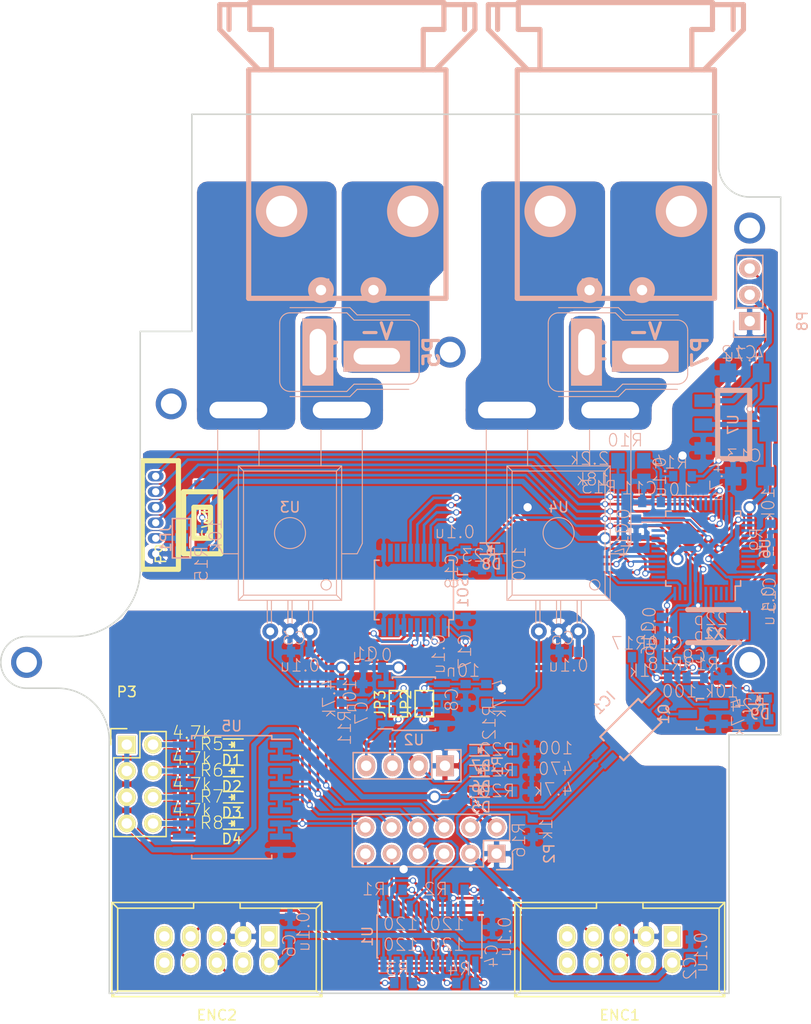
<source format=kicad_pcb>
(kicad_pcb (version 4) (host pcbnew 4.0.4-stable)
  (layers (0 F.Cu signal) (31 B.Cu signal) (34 B.Paste user) (35 F.Paste user) (36 B.SilkS user) (37 F.SilkS user) (38 B.Mask user) (39 F.Mask user) (44 Edge.Cuts user))
  (net 0 "")
  (net 1 +3.3V)
  (net 2 GND)
  (net 3 +5V)
  (net 4 "Net-(C7-Pad1)")
  (net 5 "Net-(C8-Pad1)")
  (net 6 "Net-(D1-Pad2)")
  (net 7 +12V)
  (net 8 "Net-(D2-Pad2)")
  (net 9 "Net-(D3-Pad2)")
  (net 10 "Net-(D4-Pad2)")
  (net 11 /ENC_Aba)
  (net 12 /ENC_Abb)
  (net 13 /ENC_Aaa)
  (net 14 /ENC_Aab)
  (net 15 /ENC_Bba)
  (net 16 /ENC_Bbb)
  (net 17 /ENC_Baa)
  (net 18 /ENC_Bab)
  (net 19 /EXIO_0)
  (net 20 /EXIO_1)
  (net 21 /ENC_Aa)
  (net 22 /VALVE_3)
  (net 23 /ENC_Ab)
  (net 24 /VALVE_2)
  (net 25 /ENC_Ba)
  (net 26 /VALVE_1)
  (net 27 /ENC_Bb)
  (net 28 /VALVE_0)
  (net 29 /OUT_0)
  (net 30 /OUT_1)
  (net 31 /OUT_2)
  (net 32 /OUT_3)
  (net 33 "Net-(P4-Pad1)")
  (net 34 "Net-(P4-Pad2)")
  (net 35 "Net-(P5-Pad1)")
  (net 36 "Net-(P6-Pad1)")
  (net 37 "Net-(P6-Pad2)")
  (net 38 "Net-(P7-Pad1)")
  (net 39 "Net-(R11-Pad1)")
  (net 40 "Net-(R12-Pad1)")
  (net 41 /V_RX)
  (net 42 GNDPWR)
  (net 43 "Net-(C9-Pad2)")
  (net 44 "Net-(C10-Pad2)")
  (net 45 "Net-(C11-Pad1)")
  (net 46 /GD_12V)
  (net 47 /PW_3.3V)
  (net 48 +BATT)
  (net 49 "Net-(JP1-Pad2)")
  (net 50 /SWDCK)
  (net 51 /SWDIO)
  (net 52 /USART_TX)
  (net 53 /USART_RX)
  (net 54 "Net-(R9-Pad1)")
  (net 55 /BATT_IN)
  (net 56 /NRST)
  (net 57 /V_TX)
  (net 58 "Net-(IC1-Pad1)")
  (net 59 "Net-(IC1-Pad2)")
  (net 60 "Net-(Q1-PadG)")
  (net 61 "Net-(D5-Pad2)")
  (net 62 "Net-(D6-Pad2)")
  (net 63 "Net-(D7-Pad2)")
  (net 64 "Net-(D8-Pad2)")
  (net 65 "Net-(D9-Pad2)")
  (net 66 /SPI_NSS)
  (net 67 /SPI_SCK)
  (net 68 /SPI_MISO)
  (net 69 /SPI_MOSI)
  (module RP_KiCAD_Libs:ACS785xCB (layer B.Cu) (at 28.5 50 180)
    (fp_text reference U3 (at 0 12 180) (layer B.SilkS) (effects (justify mirror)))
    (fp_text value ACS758)
    (pad 1 thru_hole circle (at -1.91 0 180) (size 1.524 1.524) (drill 0.762) (layers *.Cu *.Mask) (net 1 +3.3V))
    (pad 2 thru_hole circle (at 0 0 180) (size 1.524 1.524) (drill 0.762) (layers *.Cu *.Mask) (net 2 GND))
    (pad 3 thru_hole circle (at 1.91 0 180) (size 1.524 1.524) (drill 0.762) (layers *.Cu *.Mask) (net 39 "Net-(R11-Pad1)"))
    (pad 4 thru_hole oval (at 5 21.4 180) (size 8 3.5) (drill oval 5.6 1.6) (layers *.Cu *.Mask) (net 33 "Net-(P4-Pad1)"))
    (pad 5 thru_hole oval (at -5 21.4 180) (size 8 3.5) (drill oval 5.6 1.6) (layers *.Cu *.Mask) (net 35 "Net-(P5-Pad1)"))
  )
  (module RP_KiCAD_Libs:ACS785xCB (layer B.Cu) (at 54.5 50 180)
    (fp_text reference U4 (at 0 12 180) (layer B.SilkS) (effects (justify mirror)))
    (fp_text value ACS758)
    (pad 1 thru_hole circle (at -1.91 0 180) (size 1.524 1.524) (drill 0.762) (layers *.Cu *.Mask) (net 1 +3.3V))
    (pad 2 thru_hole circle (at 0 0 180) (size 1.524 1.524) (drill 0.762) (layers *.Cu *.Mask) (net 2 GND))
    (pad 3 thru_hole circle (at 1.91 0 180) (size 1.524 1.524) (drill 0.762) (layers *.Cu *.Mask) (net 40 "Net-(R12-Pad1)"))
    (pad 4 thru_hole oval (at 5 21.4 180) (size 8 3.5) (drill oval 5.6 1.6) (layers *.Cu *.Mask) (net 36 "Net-(P6-Pad1)"))
    (pad 5 thru_hole oval (at -5 21.4 180) (size 8 3.5) (drill oval 5.6 1.6) (layers *.Cu *.Mask) (net 38 "Net-(P7-Pad1)"))
  )
  (module RP_KiCAD_Libs:C1608_WP (layer B.Cu) (at 36.5 53.5 180)
    (fp_text reference C1 (at -0.635 0.635 180) (layer B.SilkS) (effects (font (size 1.2065 1.2065) (thickness 0.1016)) (justify left bottom mirror)))
    (fp_text value 0.1u (at -2 0.5 180) (layer B.SilkS) (effects (font (size 1.2065 1.2065) (thickness 0.1016)) (justify left bottom mirror)))
    (pad 1 smd rect (at -0.9 0 180) (size 0.8 1) (layers B.Cu B.Paste B.Mask) (net 1 +3.3V))
    (pad 2 smd rect (at 0.9 0 180) (size 0.8 1) (layers B.Cu B.Paste B.Mask) (net 2 GND))
  )
  (module RP_KiCAD_Libs:C1608_WP (layer B.Cu) (at 67.3 80.7 90)
    (fp_text reference C2 (at -0.635 0.635 90) (layer B.SilkS) (effects (font (size 1.2065 1.2065) (thickness 0.1016)) (justify left bottom mirror)))
    (fp_text value 0.1u (at 1.7 1.7 90) (layer B.SilkS) (effects (font (size 1.2065 1.2065) (thickness 0.1016)) (justify left bottom mirror)))
    (pad 1 smd rect (at -0.9 0 90) (size 0.8 1) (layers B.Cu B.Paste B.Mask) (net 3 +5V))
    (pad 2 smd rect (at 0.9 0 90) (size 0.8 1) (layers B.Cu B.Paste B.Mask) (net 2 GND))
  )
  (module RP_KiCAD_Libs:C1608_WP (layer B.Cu) (at 29.5 52 180)
    (fp_text reference C3 (at -0.635 0.635 180) (layer B.SilkS) (effects (font (size 1.2065 1.2065) (thickness 0.1016)) (justify left bottom mirror)))
    (fp_text value 0.1u (at -2 -2 180) (layer B.SilkS) (effects (font (size 1.2065 1.2065) (thickness 0.1016)) (justify left bottom mirror)))
    (pad 1 smd rect (at -0.9 0 180) (size 0.8 1) (layers B.Cu B.Paste B.Mask) (net 1 +3.3V))
    (pad 2 smd rect (at 0.9 0 180) (size 0.8 1) (layers B.Cu B.Paste B.Mask) (net 2 GND))
  )
  (module RP_KiCAD_Libs:C1608_WP (layer B.Cu) (at 48.1 79.5 90)
    (fp_text reference C4 (at -0.635 0.635 90) (layer B.SilkS) (effects (font (size 1.2065 1.2065) (thickness 0.1016)) (justify left bottom mirror)))
    (fp_text value 0.1u (at 2 1.9 90) (layer B.SilkS) (effects (font (size 1.2065 1.2065) (thickness 0.1016)) (justify left bottom mirror)))
    (pad 1 smd rect (at -0.9 0 90) (size 0.8 1) (layers B.Cu B.Paste B.Mask) (net 3 +5V))
    (pad 2 smd rect (at 0.9 0 90) (size 0.8 1) (layers B.Cu B.Paste B.Mask) (net 2 GND))
  )
  (module RP_KiCAD_Libs:C1608_WP (layer B.Cu) (at 55.5 52 180)
    (fp_text reference C5 (at -0.635 0.635 180) (layer B.SilkS) (effects (font (size 1.2065 1.2065) (thickness 0.1016)) (justify left bottom mirror)))
    (fp_text value 0.1u (at -2 -2 180) (layer B.SilkS) (effects (font (size 1.2065 1.2065) (thickness 0.1016)) (justify left bottom mirror)))
    (pad 1 smd rect (at -0.9 0 180) (size 0.8 1) (layers B.Cu B.Paste B.Mask) (net 1 +3.3V))
    (pad 2 smd rect (at 0.9 0 180) (size 0.8 1) (layers B.Cu B.Paste B.Mask) (net 2 GND))
  )
  (module RP_KiCAD_Libs:C1608_WP (layer B.Cu) (at 28.5 78.5 90)
    (fp_text reference C6 (at -0.635 0.635 90) (layer B.SilkS) (effects (font (size 1.2065 1.2065) (thickness 0.1016)) (justify left bottom mirror)))
    (fp_text value 0.1u (at 1.5 2 90) (layer B.SilkS) (effects (font (size 1.2065 1.2065) (thickness 0.1016)) (justify left bottom mirror)))
    (pad 1 smd rect (at -0.9 0 90) (size 0.8 1) (layers B.Cu B.Paste B.Mask) (net 3 +5V))
    (pad 2 smd rect (at 0.9 0 90) (size 0.8 1) (layers B.Cu B.Paste B.Mask) (net 2 GND))
  )
  (module RP_KiCAD_Libs:C1608_WP (layer B.Cu) (at 35.5 56 90)
    (fp_text reference C7 (at -0.635 0.635 90) (layer B.SilkS) (effects (font (size 1.2065 1.2065) (thickness 0.1016)) (justify left bottom mirror)))
    (fp_text value 10n (at 1.5 -0.5 270) (layer B.SilkS) (effects (font (size 1.2065 1.2065) (thickness 0.1016)) (justify left bottom mirror)))
    (pad 1 smd rect (at -0.9 0 90) (size 0.8 1) (layers B.Cu B.Paste B.Mask) (net 4 "Net-(C7-Pad1)"))
    (pad 2 smd rect (at 0.9 0 90) (size 0.8 1) (layers B.Cu B.Paste B.Mask) (net 2 GND))
  )
  (module RP_KiCAD_Libs:C1608_WP (layer B.Cu) (at 45.5 56 270)
    (fp_text reference C8 (at -0.635 0.635 270) (layer B.SilkS) (effects (font (size 1.2065 1.2065) (thickness 0.1016)) (justify left bottom mirror)))
    (fp_text value 10n (at -1.5 -1.5 540) (layer B.SilkS) (effects (font (size 1.2065 1.2065) (thickness 0.1016)) (justify left bottom mirror)))
    (pad 1 smd rect (at -0.9 0 270) (size 0.8 1) (layers B.Cu B.Paste B.Mask) (net 5 "Net-(C8-Pad1)"))
    (pad 2 smd rect (at 0.9 0 270) (size 0.8 1) (layers B.Cu B.Paste B.Mask) (net 2 GND))
  )
  (module LEDs:LED_0603 (layer F.Cu) (at 22.86 60.96 180)
    (fp_text reference D1 (at 0 -1.5 180) (layer F.SilkS))
    (fp_text value LED)
    (pad 2 smd rect (at 0.7493 0) (size 0.79756 0.79756) (layers F.Cu F.Paste F.Mask) (net 6 "Net-(D1-Pad2)"))
    (pad 1 smd rect (at -0.7493 0) (size 0.79756 0.79756) (layers F.Cu F.Paste F.Mask) (net 7 +12V))
  )
  (module LEDs:LED_0603 (layer F.Cu) (at 22.86 63.5 180)
    (fp_text reference D2 (at 0 -1.5 180) (layer F.SilkS))
    (fp_text value LED)
    (pad 2 smd rect (at 0.7493 0) (size 0.79756 0.79756) (layers F.Cu F.Paste F.Mask) (net 8 "Net-(D2-Pad2)"))
    (pad 1 smd rect (at -0.7493 0) (size 0.79756 0.79756) (layers F.Cu F.Paste F.Mask) (net 7 +12V))
  )
  (module LEDs:LED_0603 (layer F.Cu) (at 22.86 66.04 180)
    (fp_text reference D3 (at 0 -1.5 180) (layer F.SilkS))
    (fp_text value LED)
    (pad 2 smd rect (at 0.7493 0) (size 0.79756 0.79756) (layers F.Cu F.Paste F.Mask) (net 9 "Net-(D3-Pad2)"))
    (pad 1 smd rect (at -0.7493 0) (size 0.79756 0.79756) (layers F.Cu F.Paste F.Mask) (net 7 +12V))
  )
  (module LEDs:LED_0603 (layer F.Cu) (at 22.86 68.58 180)
    (fp_text reference D4 (at 0 -1.5 180) (layer F.SilkS))
    (fp_text value LED)
    (pad 2 smd rect (at 0.7493 0) (size 0.79756 0.79756) (layers F.Cu F.Paste F.Mask) (net 10 "Net-(D4-Pad2)"))
    (pad 1 smd rect (at -0.7493 0) (size 0.79756 0.79756) (layers F.Cu F.Paste F.Mask) (net 7 +12V))
  )
  (module RP_KiCAD_Connector:DEF_ENCODER (layer F.Cu) (at 65.5 79.5 180)
    (fp_text reference ENC1 (at 5.08 -7.62 180) (layer F.SilkS))
    (fp_text value RS422_ENCODER)
    (pad 1 thru_hole rect (at 0 0 180) (size 1.6 2) (drill 1) (layers *.Cu *.Mask F.SilkS))
    (pad 2 thru_hole oval (at 0 -2.54 180) (size 1.6 2) (drill 1) (layers *.Cu *.Mask F.SilkS) (net 3 +5V))
    (pad 3 thru_hole oval (at 2.54 0 180) (size 1.6 2) (drill 1) (layers *.Cu *.Mask F.SilkS) (net 2 GND))
    (pad 4 thru_hole oval (at 2.54 -2.54 180) (size 1.6 2) (drill 1) (layers *.Cu *.Mask F.SilkS))
    (pad 5 thru_hole oval (at 5.08 0 180) (size 1.6 2) (drill 1) (layers *.Cu *.Mask F.SilkS) (net 11 /ENC_Aba))
    (pad 6 thru_hole oval (at 5.08 -2.54 180) (size 1.6 2) (drill 1) (layers *.Cu *.Mask F.SilkS) (net 12 /ENC_Abb))
    (pad 7 thru_hole oval (at 7.62 0 180) (size 1.6 2) (drill 1) (layers *.Cu *.Mask F.SilkS) (net 13 /ENC_Aaa))
    (pad 8 thru_hole oval (at 7.62 -2.54 180) (size 1.6 2) (drill 1) (layers *.Cu *.Mask F.SilkS) (net 14 /ENC_Aab))
    (pad 9 thru_hole oval (at 10.16 0 180) (size 1.6 2) (drill 1) (layers *.Cu *.Mask F.SilkS))
    (pad 10 thru_hole oval (at 10.16 -2.54 180) (size 1.6 2) (drill 1) (layers *.Cu *.Mask F.SilkS))
  )
  (module Pin_Headers:Pin_Header_Straight_1x04 (layer B.Cu) (at 43.5 63 90)
    (fp_text reference P1 (at 0 5.1 90) (layer B.SilkS) (effects (justify mirror)))
    (fp_text value CONN_01X04)
    (pad 1 thru_hole rect (at 0 0 90) (size 2.032 1.7272) (drill 1.016) (layers *.Cu *.Mask B.SilkS) (net 2 GND))
    (pad 2 thru_hole oval (at 0 -2.54 90) (size 2.032 1.7272) (drill 1.016) (layers *.Cu *.Mask B.SilkS) (net 1 +3.3V))
    (pad 3 thru_hole oval (at 0 -5.08 90) (size 2.032 1.7272) (drill 1.016) (layers *.Cu *.Mask B.SilkS) (net 19 /EXIO_0))
    (pad 4 thru_hole oval (at 0 -7.62 90) (size 2.032 1.7272) (drill 1.016) (layers *.Cu *.Mask B.SilkS) (net 20 /EXIO_1))
  )
  (module RP_KiCAD_Connector:D-3200S_2L_PW (layer B.Cu) (at 31.5 17)
    (fp_text reference P4 (at 0 -0.5) (layer B.SilkS) (effects (justify mirror)))
    (fp_text value CONN_01X02)
    (pad 1 thru_hole circle (at 0 0) (size 2.5 2.5) (drill 1) (layers *.Cu *.Mask B.SilkS) (net 33 "Net-(P4-Pad1)"))
    (pad 2 thru_hole circle (at 5.08 0) (size 2.5 2.5) (drill 1) (layers *.Cu *.Mask B.SilkS) (net 34 "Net-(P4-Pad2)"))
    (pad 1 thru_hole circle (at -3.81 -7.62) (size 5 5) (drill 3) (layers *.Cu *.Mask B.SilkS) (net 33 "Net-(P4-Pad1)"))
    (pad 2 thru_hole circle (at 8.89 -7.62) (size 5 5) (drill 3) (layers *.Cu *.Mask B.SilkS) (net 34 "Net-(P4-Pad2)"))
  )
  (module RP_KiCAD_Connector:D-3200S_2L_PW (layer B.Cu) (at 57.5 17)
    (fp_text reference P6 (at 0 -0.5) (layer B.SilkS) (effects (justify mirror)))
    (fp_text value CONN_01X02)
    (pad 1 thru_hole circle (at 0 0) (size 2.5 2.5) (drill 1) (layers *.Cu *.Mask B.SilkS) (net 36 "Net-(P6-Pad1)"))
    (pad 2 thru_hole circle (at 5.08 0) (size 2.5 2.5) (drill 1) (layers *.Cu *.Mask B.SilkS) (net 37 "Net-(P6-Pad2)"))
    (pad 1 thru_hole circle (at -3.81 -7.62) (size 5 5) (drill 3) (layers *.Cu *.Mask B.SilkS) (net 36 "Net-(P6-Pad1)"))
    (pad 2 thru_hole circle (at 8.89 -7.62) (size 5 5) (drill 3) (layers *.Cu *.Mask B.SilkS) (net 37 "Net-(P6-Pad2)"))
  )
  (module RP_KiCAD_Libs:C1608_WP (layer B.Cu) (at 38.5 75)
    (fp_text reference R1 (at -0.635 0.635) (layer B.SilkS) (effects (font (size 1.2065 1.2065) (thickness 0.1016)) (justify left bottom mirror)))
    (fp_text value 120 (at 2.5 4) (layer B.SilkS) (effects (font (size 1.2065 1.2065) (thickness 0.1016)) (justify left bottom mirror)))
    (pad 1 smd rect (at -0.9 0) (size 0.8 1) (layers B.Cu B.Paste B.Mask) (net 14 /ENC_Aab))
    (pad 2 smd rect (at 0.9 0) (size 0.8 1) (layers B.Cu B.Paste B.Mask) (net 13 /ENC_Aaa))
  )
  (module RP_KiCAD_Libs:C1608_WP (layer B.Cu) (at 44.5 75)
    (fp_text reference R2 (at -0.635 0.635) (layer B.SilkS) (effects (font (size 1.2065 1.2065) (thickness 0.1016)) (justify left bottom mirror)))
    (fp_text value 120 (at 1 4) (layer B.SilkS) (effects (font (size 1.2065 1.2065) (thickness 0.1016)) (justify left bottom mirror)))
    (pad 1 smd rect (at -0.9 0) (size 0.8 1) (layers B.Cu B.Paste B.Mask) (net 11 /ENC_Aba))
    (pad 2 smd rect (at 0.9 0) (size 0.8 1) (layers B.Cu B.Paste B.Mask) (net 12 /ENC_Abb))
  )
  (module RP_KiCAD_Libs:C1608_WP (layer B.Cu) (at 39.5 84 180)
    (fp_text reference R3 (at -0.635 0.635 180) (layer B.SilkS) (effects (font (size 1.2065 1.2065) (thickness 0.1016)) (justify left bottom mirror)))
    (fp_text value 120 (at -1.5 3 180) (layer B.SilkS) (effects (font (size 1.2065 1.2065) (thickness 0.1016)) (justify left bottom mirror)))
    (pad 1 smd rect (at -0.9 0 180) (size 0.8 1) (layers B.Cu B.Paste B.Mask) (net 15 /ENC_Bba))
    (pad 2 smd rect (at 0.9 0 180) (size 0.8 1) (layers B.Cu B.Paste B.Mask) (net 16 /ENC_Bbb))
  )
  (module RP_KiCAD_Libs:C1608_WP (layer B.Cu) (at 45.5 84 180)
    (fp_text reference R4 (at -0.635 0.635 180) (layer B.SilkS) (effects (font (size 1.2065 1.2065) (thickness 0.1016)) (justify left bottom mirror)))
    (fp_text value 120 (at 0 3 180) (layer B.SilkS) (effects (font (size 1.2065 1.2065) (thickness 0.1016)) (justify left bottom mirror)))
    (pad 1 smd rect (at -0.9 0 180) (size 0.8 1) (layers B.Cu B.Paste B.Mask) (net 18 /ENC_Bab))
    (pad 2 smd rect (at 0.9 0 180) (size 0.8 1) (layers B.Cu B.Paste B.Mask) (net 17 /ENC_Baa))
  )
  (module RP_KiCAD_Libs:C1608_WP (layer F.Cu) (at 19.05 60.96 180)
    (fp_text reference R5 (at -0.635 -0.635 180) (layer F.SilkS) (effects (font (size 1.2065 1.2065) (thickness 0.1016)) (justify left bottom)))
    (fp_text value 4.7k (at 2.05 0.46 180) (layer F.SilkS) (effects (font (size 1.2065 1.2065) (thickness 0.1016)) (justify left bottom)))
    (pad 1 smd rect (at -0.9 0 180) (size 0.8 1) (layers F.Cu F.Paste F.Mask) (net 6 "Net-(D1-Pad2)"))
    (pad 2 smd rect (at 0.9 0 180) (size 0.8 1) (layers F.Cu F.Paste F.Mask) (net 29 /OUT_0))
  )
  (module RP_KiCAD_Libs:C1608_WP (layer F.Cu) (at 19.05 63.5 180)
    (fp_text reference R6 (at -0.635 -0.635 180) (layer F.SilkS) (effects (font (size 1.2065 1.2065) (thickness 0.1016)) (justify left bottom)))
    (fp_text value 4.7k (at 2.05 0.5 180) (layer F.SilkS) (effects (font (size 1.2065 1.2065) (thickness 0.1016)) (justify left bottom)))
    (pad 1 smd rect (at -0.9 0 180) (size 0.8 1) (layers F.Cu F.Paste F.Mask) (net 8 "Net-(D2-Pad2)"))
    (pad 2 smd rect (at 0.9 0 180) (size 0.8 1) (layers F.Cu F.Paste F.Mask) (net 30 /OUT_1))
  )
  (module RP_KiCAD_Libs:C1608_WP (layer F.Cu) (at 19.05 66.04 180)
    (fp_text reference R7 (at -0.635 -0.635 180) (layer F.SilkS) (effects (font (size 1.2065 1.2065) (thickness 0.1016)) (justify left bottom)))
    (fp_text value 4.7k (at 2.05 0.54 180) (layer F.SilkS) (effects (font (size 1.2065 1.2065) (thickness 0.1016)) (justify left bottom)))
    (pad 1 smd rect (at -0.9 0 180) (size 0.8 1) (layers F.Cu F.Paste F.Mask) (net 9 "Net-(D3-Pad2)"))
    (pad 2 smd rect (at 0.9 0 180) (size 0.8 1) (layers F.Cu F.Paste F.Mask) (net 31 /OUT_2))
  )
  (module RP_KiCAD_Libs:C1608_WP (layer F.Cu) (at 19.05 68.58 180)
    (fp_text reference R8 (at -0.635 -0.635 180) (layer F.SilkS) (effects (font (size 1.2065 1.2065) (thickness 0.1016)) (justify left bottom)))
    (fp_text value 4.7k (at 2.05 0.58 180) (layer F.SilkS) (effects (font (size 1.2065 1.2065) (thickness 0.1016)) (justify left bottom)))
    (pad 1 smd rect (at -0.9 0 180) (size 0.8 1) (layers F.Cu F.Paste F.Mask) (net 10 "Net-(D4-Pad2)"))
    (pad 2 smd rect (at 0.9 0 180) (size 0.8 1) (layers F.Cu F.Paste F.Mask) (net 32 /OUT_3))
  )
  (module RP_KiCAD_Libs:C1608_WP (layer B.Cu) (at 33.5 56 270)
    (fp_text reference R11 (at 1.5 -1 270) (layer B.SilkS) (effects (font (size 1.2065 1.2065) (thickness 0.1016)) (justify left bottom mirror)))
    (fp_text value 4.7k (at -1.5 0.5 270) (layer B.SilkS) (effects (font (size 1.2065 1.2065) (thickness 0.1016)) (justify left bottom mirror)))
    (pad 1 smd rect (at -0.9 0 270) (size 0.8 1) (layers B.Cu B.Paste B.Mask) (net 39 "Net-(R11-Pad1)"))
    (pad 2 smd rect (at 0.9 0 270) (size 0.8 1) (layers B.Cu B.Paste B.Mask) (net 4 "Net-(C7-Pad1)"))
  )
  (module RP_KiCAD_Libs:C1608_WP (layer B.Cu) (at 47.5 56 90)
    (fp_text reference R12 (at -1 1 90) (layer B.SilkS) (effects (font (size 1.2065 1.2065) (thickness 0.1016)) (justify left bottom mirror)))
    (fp_text value 4.7k (at 1.5 2 90) (layer B.SilkS) (effects (font (size 1.2065 1.2065) (thickness 0.1016)) (justify left bottom mirror)))
    (pad 1 smd rect (at -0.9 0 90) (size 0.8 1) (layers B.Cu B.Paste B.Mask) (net 40 "Net-(R12-Pad1)"))
    (pad 2 smd rect (at 0.9 0 90) (size 0.8 1) (layers B.Cu B.Paste B.Mask) (net 5 "Net-(C8-Pad1)"))
  )
  (module Housings_SOIC:SOIC-8_3.9x4.9mm_Pitch1.27mm (layer B.Cu) (at 40.5 57)
    (fp_text reference U2 (at 0 3.5) (layer B.SilkS) (effects (justify mirror)))
    (fp_text value LM358)
    (pad 1 smd rect (at -2.7 1.905) (size 1.55 0.6) (layers B.Cu B.Paste B.Mask) (net 20 /EXIO_1))
    (pad 2 smd rect (at -2.7 0.635) (size 1.55 0.6) (layers B.Cu B.Paste B.Mask) (net 20 /EXIO_1))
    (pad 3 smd rect (at -2.7 -0.635) (size 1.55 0.6) (layers B.Cu B.Paste B.Mask) (net 4 "Net-(C7-Pad1)"))
    (pad 4 smd rect (at -2.7 -1.905) (size 1.55 0.6) (layers B.Cu B.Paste B.Mask) (net 1 +3.3V))
    (pad 5 smd rect (at 2.7 -1.905) (size 1.55 0.6) (layers B.Cu B.Paste B.Mask) (net 5 "Net-(C8-Pad1)"))
    (pad 6 smd rect (at 2.7 -0.635) (size 1.55 0.6) (layers B.Cu B.Paste B.Mask) (net 19 /EXIO_0))
    (pad 7 smd rect (at 2.7 0.635) (size 1.55 0.6) (layers B.Cu B.Paste B.Mask) (net 19 /EXIO_0))
    (pad 8 smd rect (at 2.7 1.905) (size 1.55 0.6) (layers B.Cu B.Paste B.Mask) (net 2 GND))
  )
  (module Housings_SOIC:SOIC-18_7.5x11.6mm_Pitch1.27mm (layer B.Cu) (at 22.86 66.04 180)
    (fp_text reference U5 (at 0 6.875 180) (layer B.SilkS) (effects (justify mirror)))
    (fp_text value TBD62083A)
    (pad 1 smd rect (at -4.7 5.08 180) (size 2 0.6) (layers B.Cu B.Paste B.Mask) (net 22 /VALVE_3))
    (pad 2 smd rect (at -4.7 3.81 180) (size 2 0.6) (layers B.Cu B.Paste B.Mask) (net 22 /VALVE_3))
    (pad 3 smd rect (at -4.7 2.54 180) (size 2 0.6) (layers B.Cu B.Paste B.Mask) (net 24 /VALVE_2))
    (pad 4 smd rect (at -4.7 1.27 180) (size 2 0.6) (layers B.Cu B.Paste B.Mask) (net 24 /VALVE_2))
    (pad 5 smd rect (at -4.7 0 180) (size 2 0.6) (layers B.Cu B.Paste B.Mask) (net 26 /VALVE_1))
    (pad 6 smd rect (at -4.7 -1.27 180) (size 2 0.6) (layers B.Cu B.Paste B.Mask) (net 26 /VALVE_1))
    (pad 7 smd rect (at -4.7 -2.54 180) (size 2 0.6) (layers B.Cu B.Paste B.Mask) (net 28 /VALVE_0))
    (pad 8 smd rect (at -4.7 -3.81 180) (size 2 0.6) (layers B.Cu B.Paste B.Mask) (net 28 /VALVE_0))
    (pad 9 smd rect (at -4.7 -5.08 180) (size 2 0.6) (layers B.Cu B.Paste B.Mask) (net 2 GND))
    (pad 10 smd rect (at 4.7 -5.08 180) (size 2 0.6) (layers B.Cu B.Paste B.Mask) (net 7 +12V))
    (pad 11 smd rect (at 4.7 -3.81 180) (size 2 0.6) (layers B.Cu B.Paste B.Mask) (net 32 /OUT_3))
    (pad 12 smd rect (at 4.7 -2.54 180) (size 2 0.6) (layers B.Cu B.Paste B.Mask) (net 32 /OUT_3))
    (pad 13 smd rect (at 4.7 -1.27 180) (size 2 0.6) (layers B.Cu B.Paste B.Mask) (net 31 /OUT_2))
    (pad 14 smd rect (at 4.7 0 180) (size 2 0.6) (layers B.Cu B.Paste B.Mask) (net 31 /OUT_2))
    (pad 15 smd rect (at 4.7 1.27 180) (size 2 0.6) (layers B.Cu B.Paste B.Mask) (net 30 /OUT_1))
    (pad 16 smd rect (at 4.7 2.54 180) (size 2 0.6) (layers B.Cu B.Paste B.Mask) (net 30 /OUT_1))
    (pad 17 smd rect (at 4.7 3.81 180) (size 2 0.6) (layers B.Cu B.Paste B.Mask) (net 29 /OUT_0))
    (pad 18 smd rect (at 4.7 5.08 180) (size 2 0.6) (layers B.Cu B.Paste B.Mask) (net 29 /OUT_0))
  )
  (module Pin_Headers:Pin_Header_Straight_2x06 (layer B.Cu) (at 48.5 71.5 90)
    (fp_text reference P2 (at 0 5.1 90) (layer B.SilkS) (effects (justify mirror)))
    (fp_text value CONN_02X06)
    (pad 1 thru_hole rect (at 0 0 90) (size 1.7272 1.7272) (drill 1.016) (layers *.Cu *.Mask B.SilkS) (net 2 GND))
    (pad 2 thru_hole oval (at 2.54 0 90) (size 1.7272 1.7272) (drill 1.016) (layers *.Cu *.Mask B.SilkS) (net 7 +12V))
    (pad 3 thru_hole oval (at 0 -2.54 90) (size 1.7272 1.7272) (drill 1.016) (layers *.Cu *.Mask B.SilkS) (net 3 +5V))
    (pad 4 thru_hole oval (at 2.54 -2.54 90) (size 1.7272 1.7272) (drill 1.016) (layers *.Cu *.Mask B.SilkS) (net 41 /V_RX))
    (pad 5 thru_hole oval (at 0 -5.08 90) (size 1.7272 1.7272) (drill 1.016) (layers *.Cu *.Mask B.SilkS) (net 21 /ENC_Aa))
    (pad 6 thru_hole oval (at 2.54 -5.08 90) (size 1.7272 1.7272) (drill 1.016) (layers *.Cu *.Mask B.SilkS) (net 22 /VALVE_3))
    (pad 7 thru_hole oval (at 0 -7.62 90) (size 1.7272 1.7272) (drill 1.016) (layers *.Cu *.Mask B.SilkS) (net 23 /ENC_Ab))
    (pad 8 thru_hole oval (at 2.54 -7.62 90) (size 1.7272 1.7272) (drill 1.016) (layers *.Cu *.Mask B.SilkS) (net 24 /VALVE_2))
    (pad 9 thru_hole oval (at 0 -10.16 90) (size 1.7272 1.7272) (drill 1.016) (layers *.Cu *.Mask B.SilkS) (net 25 /ENC_Ba))
    (pad 10 thru_hole oval (at 2.54 -10.16 90) (size 1.7272 1.7272) (drill 1.016) (layers *.Cu *.Mask B.SilkS) (net 26 /VALVE_1))
    (pad 11 thru_hole oval (at 0 -12.7 90) (size 1.7272 1.7272) (drill 1.016) (layers *.Cu *.Mask B.SilkS) (net 27 /ENC_Bb))
    (pad 12 thru_hole oval (at 2.54 -12.7 90) (size 1.7272 1.7272) (drill 1.016) (layers *.Cu *.Mask B.SilkS) (net 28 /VALVE_0))
  )
  (module Pin_Headers:Pin_Header_Straight_2x04 (layer F.Cu) (at 12.7 60.96)
    (fp_text reference P3 (at 0 -5.1) (layer F.SilkS))
    (fp_text value CONN_02X04)
    (pad 1 thru_hole rect (at 0 0) (size 1.7272 1.7272) (drill 1.016) (layers *.Cu *.Mask F.SilkS) (net 7 +12V))
    (pad 2 thru_hole oval (at 2.54 0) (size 1.7272 1.7272) (drill 1.016) (layers *.Cu *.Mask F.SilkS) (net 29 /OUT_0))
    (pad 3 thru_hole oval (at 0 2.54) (size 1.7272 1.7272) (drill 1.016) (layers *.Cu *.Mask F.SilkS) (net 7 +12V))
    (pad 4 thru_hole oval (at 2.54 2.54) (size 1.7272 1.7272) (drill 1.016) (layers *.Cu *.Mask F.SilkS) (net 30 /OUT_1))
    (pad 5 thru_hole oval (at 0 5.08) (size 1.7272 1.7272) (drill 1.016) (layers *.Cu *.Mask F.SilkS) (net 7 +12V))
    (pad 6 thru_hole oval (at 2.54 5.08) (size 1.7272 1.7272) (drill 1.016) (layers *.Cu *.Mask F.SilkS) (net 31 /OUT_2))
    (pad 7 thru_hole oval (at 0 7.62) (size 1.7272 1.7272) (drill 1.016) (layers *.Cu *.Mask F.SilkS) (net 7 +12V))
    (pad 8 thru_hole oval (at 2.54 7.62) (size 1.7272 1.7272) (drill 1.016) (layers *.Cu *.Mask F.SilkS) (net 32 /OUT_3))
  )
  (module RP_KiCAD_Libs:C1608_WP (layer B.Cu) (at 69.5 52.5)
    (fp_text reference C9 (at -0.635 0.635) (layer B.SilkS) (effects (font (size 1.2065 1.2065) (thickness 0.1016)) (justify left bottom mirror)))
    (fp_text value 22p (at 1.5 -3 180) (layer B.SilkS) (effects (font (size 1.2065 1.2065) (thickness 0.1016)) (justify left bottom mirror)))
    (pad 1 smd rect (at -0.9 0) (size 0.8 1) (layers B.Cu B.Paste B.Mask) (net 42 GNDPWR))
    (pad 2 smd rect (at 0.9 0) (size 0.8 1) (layers B.Cu B.Paste B.Mask) (net 43 "Net-(C9-Pad2)"))
  )
  (module RP_KiCAD_Libs:C1608_WP (layer B.Cu) (at 66 52.5 180)
    (fp_text reference C10 (at -0.635 0.635 180) (layer B.SilkS) (effects (font (size 1.2065 1.2065) (thickness 0.1016)) (justify left bottom mirror)))
    (fp_text value 22p (at -5 1.5 180) (layer B.SilkS) (effects (font (size 1.2065 1.2065) (thickness 0.1016)) (justify left bottom mirror)))
    (pad 1 smd rect (at -0.9 0 180) (size 0.8 1) (layers B.Cu B.Paste B.Mask) (net 42 GNDPWR))
    (pad 2 smd rect (at 0.9 0 180) (size 0.8 1) (layers B.Cu B.Paste B.Mask) (net 44 "Net-(C10-Pad2)"))
  )
  (module RP_KiCAD_Libs:C1608_WP (layer B.Cu) (at 63.5 37.5 180)
    (fp_text reference C11 (at -0.635 0.635 180) (layer B.SilkS) (effects (font (size 1.2065 1.2065) (thickness 0.1016)) (justify left bottom mirror)))
    (fp_text value 0.1u (at -1.5 4.5 450) (layer B.SilkS) (effects (font (size 1.2065 1.2065) (thickness 0.1016)) (justify left bottom mirror)))
    (pad 1 smd rect (at -0.9 0 180) (size 0.8 1) (layers B.Cu B.Paste B.Mask) (net 45 "Net-(C11-Pad1)"))
    (pad 2 smd rect (at 0.9 0 180) (size 0.8 1) (layers B.Cu B.Paste B.Mask) (net 42 GNDPWR))
  )
  (module RP_KiCAD_Libs:C1608_WP (layer B.Cu) (at 62 40 270)
    (fp_text reference C14 (at -0.635 0.635 270) (layer B.SilkS) (effects (font (size 1.2065 1.2065) (thickness 0.1016)) (justify left bottom mirror)))
    (fp_text value 0.1u (at -2 0.5 270) (layer B.SilkS) (effects (font (size 1.2065 1.2065) (thickness 0.1016)) (justify left bottom mirror)))
    (pad 1 smd rect (at -0.9 0 270) (size 0.8 1) (layers B.Cu B.Paste B.Mask) (net 47 /PW_3.3V))
    (pad 2 smd rect (at 0.9 0 270) (size 0.8 1) (layers B.Cu B.Paste B.Mask) (net 42 GNDPWR))
  )
  (module Socket_Strips:Socket_Strip_Straight_1x03 (layer B.Cu) (at 73 20 90)
    (fp_text reference P8 (at 0 5.1 90) (layer B.SilkS) (effects (justify mirror)))
    (fp_text value CONN_01X03)
    (pad 1 thru_hole rect (at 0 0 90) (size 1.7272 2.032) (drill 1.016) (layers *.Cu *.Mask B.SilkS) (net 42 GNDPWR))
    (pad 2 thru_hole oval (at 2.54 0 90) (size 1.7272 2.032) (drill 1.016) (layers *.Cu *.Mask B.SilkS) (net 46 /GD_12V))
    (pad 3 thru_hole oval (at 5.08 0 90) (size 1.7272 2.032) (drill 1.016) (layers *.Cu *.Mask B.SilkS) (net 48 +BATT))
  )
  (module RP_KiCAD_Connector:ZH_6T (layer F.Cu) (at 15.5 42.5 90)
    (fp_text reference P9 (at 0 0.5 90) (layer F.SilkS))
    (fp_text value CONN_01X06)
    (pad 1 thru_hole oval (at 0 0 90) (size 1 1.524) (drill 0.7) (layers *.Cu *.Mask) (net 42 GNDPWR))
    (pad 2 thru_hole oval (at 1.5 0 90) (size 1 1.524) (drill 0.7) (layers *.Cu *.Mask) (net 49 "Net-(JP1-Pad2)"))
    (pad 3 thru_hole oval (at 3 0 90) (size 1 1.524) (drill 0.7) (layers *.Cu *.Mask) (net 50 /SWDCK))
    (pad 4 thru_hole oval (at 4.5 0 90) (size 1 1.524) (drill 0.7) (layers *.Cu *.Mask) (net 51 /SWDIO))
    (pad 5 thru_hole oval (at 6 0 90) (size 1 1.524) (drill 0.7) (layers *.Cu *.Mask) (net 52 /USART_TX))
    (pad 6 thru_hole oval (at 7.5 0 90) (size 1 1.524) (drill 0.7) (layers *.Cu *.Mask) (net 53 /USART_RX))
  )
  (module RP_KiCAD_Libs:C1608_WP (layer B.Cu) (at 75 40.5 270)
    (fp_text reference R9 (at -0.635 0.635 270) (layer B.SilkS) (effects (font (size 1.2065 1.2065) (thickness 0.1016)) (justify left bottom mirror)))
    (fp_text value 10k (at -4.5 -0.5 270) (layer B.SilkS) (effects (font (size 1.2065 1.2065) (thickness 0.1016)) (justify left bottom mirror)))
    (pad 1 smd rect (at -0.9 0 270) (size 0.8 1) (layers B.Cu B.Paste B.Mask) (net 54 "Net-(R9-Pad1)"))
    (pad 2 smd rect (at 0.9 0 270) (size 0.8 1) (layers B.Cu B.Paste B.Mask) (net 42 GNDPWR))
  )
  (module RP_KiCAD_Libs:C2012 (layer B.Cu) (at 61.5 33.5 180)
    (fp_text reference R10 (at -1.27 1.27 180) (layer B.SilkS) (effects (font (size 1.2065 1.2065) (thickness 0.1016)) (justify left bottom mirror)))
    (fp_text value 18k (at 2 -2.5 180) (layer B.SilkS) (effects (font (size 1.2065 1.2065) (thickness 0.1016)) (justify left bottom mirror)))
    (pad 1 smd rect (at -1.25 0 180) (size 1.3 1.5) (layers B.Cu B.Paste B.Mask) (net 45 "Net-(C11-Pad1)"))
    (pad 2 smd rect (at 1.25 0 180) (size 1.3 1.5) (layers B.Cu B.Paste B.Mask) (net 55 /BATT_IN))
  )
  (module RP_KiCAD_Libs:C2012 (layer B.Cu) (at 61.5 35.5)
    (fp_text reference R13 (at -1.27 1.27) (layer B.SilkS) (effects (font (size 1.2065 1.2065) (thickness 0.1016)) (justify left bottom mirror)))
    (fp_text value 2.2k (at -2 -1.5) (layer B.SilkS) (effects (font (size 1.2065 1.2065) (thickness 0.1016)) (justify left bottom mirror)))
    (pad 1 smd rect (at -1.25 0) (size 1.3 1.5) (layers B.Cu B.Paste B.Mask) (net 55 /BATT_IN))
    (pad 2 smd rect (at 1.25 0) (size 1.3 1.5) (layers B.Cu B.Paste B.Mask) (net 42 GNDPWR))
  )
  (module RP_KiCAD_Libs:C1608_WP (layer B.Cu) (at 20 41 90)
    (fp_text reference R15 (at -0.635 0.635 90) (layer B.SilkS) (effects (font (size 1.2065 1.2065) (thickness 0.1016)) (justify left bottom mirror)))
    (fp_text value 10k (at 2 2 90) (layer B.SilkS) (effects (font (size 1.2065 1.2065) (thickness 0.1016)) (justify left bottom mirror)))
    (pad 1 smd rect (at -0.9 0 90) (size 0.8 1) (layers B.Cu B.Paste B.Mask) (net 47 /PW_3.3V))
    (pad 2 smd rect (at 0.9 0 90) (size 0.8 1) (layers B.Cu B.Paste B.Mask) (net 56 /NRST))
  )
  (module TO_SOT_Packages_SMD:SOT-223_reg (layer B.Cu) (at 68.5 30 90)
    (fp_text reference U7 (at 0 2.9 90) (layer B.SilkS) (effects (justify mirror)))
    (fp_text value NCP1117ST33T3G)
    (pad 1 smd rect (at -2.3 0 90) (size 1.2 1.7) (layers B.Cu B.Paste B.Mask) (net 42 GNDPWR))
    (pad 2 smd rect (at 0 0 90) (size 1.2 1.7) (layers B.Cu B.Paste B.Mask) (net 47 /PW_3.3V))
    (pad 3 smd rect (at 2.3 0 90) (size 1.2 1.7) (layers B.Cu B.Paste B.Mask) (net 46 /GD_12V))
    (pad 2 smd rect (at 0 6.3 90) (size 3.3 1.7) (layers B.Cu B.Paste B.Mask) (net 47 /PW_3.3V))
  )
  (module Crystals:ABM3_2pads (layer B.Cu) (at 69.5 49.5 180)
    (fp_text reference X1 (at 0 -0.7 180) (layer B.SilkS) (effects (justify mirror)))
    (fp_text value CRYSTAL)
    (pad 1 smd rect (at -2.3 0 180) (size 2.2 2.6) (layers B.Cu B.Paste B.Mask) (net 43 "Net-(C9-Pad2)"))
    (pad 2 smd rect (at 2.3 0 180) (size 2 2.6) (layers B.Cu B.Paste B.Mask) (net 44 "Net-(C10-Pad2)"))
  )
  (module Connect:GS3 (layer B.Cu) (at 18 41 180)
    (fp_text reference JP1 (at 1.524 0 450) (layer B.SilkS) (effects (justify mirror)))
    (fp_text value JUMPER3)
    (pad 1 smd rect (at 0 1.27 180) (size 1.27 0.9652) (layers B.Cu B.Paste B.Mask) (net 56 /NRST))
    (pad 2 smd rect (at 0 0 180) (size 1.27 0.9652) (layers B.Cu B.Paste B.Mask) (net 49 "Net-(JP1-Pad2)"))
    (pad 3 smd rect (at 0 -1.27 180) (size 1.27 0.9652) (layers B.Cu B.Paste B.Mask) (net 47 /PW_3.3V))
  )
  (module Housings_SOIC:SOIC-16_3.9x9.9mm_Pitch1.27mm (layer B.Cu) (at 42 79.5 270)
    (fp_text reference U1 (at 0 6 270) (layer B.SilkS) (effects (justify mirror)))
    (fp_text value SN75175)
    (pad 1 smd rect (at -2.7 4.445 270) (size 1.5 0.6) (layers B.Cu B.Paste B.Mask) (net 14 /ENC_Aab))
    (pad 2 smd rect (at -2.7 3.175 270) (size 1.5 0.6) (layers B.Cu B.Paste B.Mask) (net 13 /ENC_Aaa))
    (pad 3 smd rect (at -2.7 1.905 270) (size 1.5 0.6) (layers B.Cu B.Paste B.Mask) (net 21 /ENC_Aa))
    (pad 4 smd rect (at -2.7 0.635 270) (size 1.5 0.6) (layers B.Cu B.Paste B.Mask) (net 3 +5V))
    (pad 5 smd rect (at -2.7 -0.635 270) (size 1.5 0.6) (layers B.Cu B.Paste B.Mask) (net 23 /ENC_Ab))
    (pad 6 smd rect (at -2.7 -1.905 270) (size 1.5 0.6) (layers B.Cu B.Paste B.Mask) (net 11 /ENC_Aba))
    (pad 7 smd rect (at -2.7 -3.175 270) (size 1.5 0.6) (layers B.Cu B.Paste B.Mask) (net 12 /ENC_Abb))
    (pad 8 smd rect (at -2.7 -4.445 270) (size 1.5 0.6) (layers B.Cu B.Paste B.Mask) (net 2 GND))
    (pad 9 smd rect (at 2.7 -4.445 270) (size 1.5 0.6) (layers B.Cu B.Paste B.Mask) (net 18 /ENC_Bab))
    (pad 10 smd rect (at 2.7 -3.175 270) (size 1.5 0.6) (layers B.Cu B.Paste B.Mask) (net 17 /ENC_Baa))
    (pad 11 smd rect (at 2.7 -1.905 270) (size 1.5 0.6) (layers B.Cu B.Paste B.Mask) (net 25 /ENC_Ba))
    (pad 12 smd rect (at 2.7 -0.635 270) (size 1.5 0.6) (layers B.Cu B.Paste B.Mask) (net 3 +5V))
    (pad 13 smd rect (at 2.7 0.635 270) (size 1.5 0.6) (layers B.Cu B.Paste B.Mask) (net 27 /ENC_Bb))
    (pad 14 smd rect (at 2.7 1.905 270) (size 1.5 0.6) (layers B.Cu B.Paste B.Mask) (net 15 /ENC_Bba))
    (pad 15 smd rect (at 2.7 3.175 270) (size 1.5 0.6) (layers B.Cu B.Paste B.Mask) (net 16 /ENC_Bbb))
    (pad 16 smd rect (at 2.7 4.445 270) (size 1.5 0.6) (layers B.Cu B.Paste B.Mask) (net 3 +5V))
  )
  (module TO_SOT_Packages_SMD:SOT-23_Handsoldering (layer B.Cu) (at 68.5 58 270)
    (fp_text reference Q1 (at 0 3.81 270) (layer B.SilkS) (effects (justify mirror)))
    (fp_text value MOSFET_N)
    (pad G smd rect (at -0.95 -1.50114 270) (size 0.8001 1.80086) (layers B.Cu B.Paste B.Mask) (net 60 "Net-(Q1-PadG)"))
    (pad S smd rect (at 0.95 -1.50114 270) (size 0.8001 1.80086) (layers B.Cu B.Paste B.Mask) (net 42 GNDPWR))
    (pad D smd rect (at 0 1.50114 270) (size 0.8001 1.80086) (layers B.Cu B.Paste B.Mask) (net 59 "Net-(IC1-Pad2)"))
  )
  (module RP_KiCAD_Libs:C1608_WP (layer B.Cu) (at 52 69 270)
    (fp_text reference R16 (at -0.635 0.635 270) (layer B.SilkS) (effects (font (size 1.2065 1.2065) (thickness 0.1016)) (justify left bottom mirror)))
    (fp_text value 1k (at -1 -2 270) (layer B.SilkS) (effects (font (size 1.2065 1.2065) (thickness 0.1016)) (justify left bottom mirror)))
    (pad 1 smd rect (at -0.9 0 270) (size 0.8 1) (layers B.Cu B.Paste B.Mask) (net 41 /V_RX))
    (pad 2 smd rect (at 0.9 0 270) (size 0.8 1) (layers B.Cu B.Paste B.Mask) (net 2 GND))
  )
  (module RP_KiCAD_Libs:C1608_WP (layer B.Cu) (at 62.5 52.5 180)
    (fp_text reference R17 (at -0.635 0.635 180) (layer B.SilkS) (effects (font (size 1.2065 1.2065) (thickness 0.1016)) (justify left bottom mirror)))
    (fp_text value 1k (at -1 -2 180) (layer B.SilkS) (effects (font (size 1.2065 1.2065) (thickness 0.1016)) (justify left bottom mirror)))
    (pad 1 smd rect (at -0.9 0 180) (size 0.8 1) (layers B.Cu B.Paste B.Mask) (net 46 /GD_12V))
    (pad 2 smd rect (at 0.9 0 180) (size 0.8 1) (layers B.Cu B.Paste B.Mask) (net 58 "Net-(IC1-Pad1)"))
  )
  (module RP_KiCAD_Libs:C1608_WP (layer B.Cu) (at 66 54.5 180)
    (fp_text reference R18 (at -0.635 0.635 180) (layer B.SilkS) (effects (font (size 1.2065 1.2065) (thickness 0.1016)) (justify left bottom mirror)))
    (fp_text value 100 (at -2 -2 180) (layer B.SilkS) (effects (font (size 1.2065 1.2065) (thickness 0.1016)) (justify left bottom mirror)))
    (pad 1 smd rect (at -0.9 0 180) (size 0.8 1) (layers B.Cu B.Paste B.Mask) (net 57 /V_TX))
    (pad 2 smd rect (at 0.9 0 180) (size 0.8 1) (layers B.Cu B.Paste B.Mask) (net 60 "Net-(Q1-PadG)"))
  )
  (module RP_KiCAD_Libs:C1608_WP (layer B.Cu) (at 69.5 54.5 180)
    (fp_text reference R19 (at -0.635 0.635 180) (layer B.SilkS) (effects (font (size 1.2065 1.2065) (thickness 0.1016)) (justify left bottom mirror)))
    (fp_text value 10k (at -2.5 -2 180) (layer B.SilkS) (effects (font (size 1.2065 1.2065) (thickness 0.1016)) (justify left bottom mirror)))
    (pad 1 smd rect (at -0.9 0 180) (size 0.8 1) (layers B.Cu B.Paste B.Mask) (net 42 GNDPWR))
    (pad 2 smd rect (at 0.9 0 180) (size 0.8 1) (layers B.Cu B.Paste B.Mask) (net 57 /V_TX))
  )
  (module Housings_SOIC:SOIJ-4_5.3x5.3mm_Pitch1.27mm (layer B.Cu) (at 61.5 59.5 225)
    (fp_text reference IC1 (at 0 3.68 225) (layer B.SilkS) (effects (justify mirror)))
    (fp_text value TLP291)
    (pad 1 smd rect (at -3.65 0.635 225) (size 1.7 0.65) (layers B.Cu B.Paste B.Mask) (net 58 "Net-(IC1-Pad1)"))
    (pad 2 smd rect (at -3.65 -0.635 225) (size 1.7 0.65) (layers B.Cu B.Paste B.Mask) (net 59 "Net-(IC1-Pad2)"))
    (pad 3 smd rect (at 3.65 -0.635 225) (size 1.7 0.65) (layers B.Cu B.Paste B.Mask) (net 41 /V_RX))
    (pad 4 smd rect (at 3.65 0.635 225) (size 1.7 0.65) (layers B.Cu B.Paste B.Mask) (net 3 +5V))
  )
  (module RP_KiCAD_Libs:C3216 (layer B.Cu) (at 72.5 25 180)
    (fp_text reference C12 (at -1.27 1.27 180) (layer B.SilkS) (effects (font (size 1.2065 1.2065) (thickness 0.1016)) (justify left bottom mirror)))
    (fp_text value 4.7u (at -2 1 180) (layer B.SilkS) (effects (font (size 1.2065 1.2065) (thickness 0.1016)) (justify left bottom mirror)))
    (pad 1 smd rect (at -1.6 0 180) (size 1.6 1.8) (layers B.Cu B.Paste B.Mask) (net 46 /GD_12V))
    (pad 2 smd rect (at 1.6 0 180) (size 1.6 1.8) (layers B.Cu B.Paste B.Mask) (net 42 GNDPWR))
  )
  (module RP_KiCAD_Libs:C3216 (layer B.Cu) (at 73 35 180)
    (fp_text reference C13 (at -1.27 1.27 180) (layer B.SilkS) (effects (font (size 1.2065 1.2065) (thickness 0.1016)) (justify left bottom mirror)))
    (fp_text value 4.7u (at 2.5 1.5 270) (layer B.SilkS) (effects (font (size 1.2065 1.2065) (thickness 0.1016)) (justify left bottom mirror)))
    (pad 1 smd rect (at -1.6 0 180) (size 1.6 1.8) (layers B.Cu B.Paste B.Mask) (net 47 /PW_3.3V))
    (pad 2 smd rect (at 1.6 0 180) (size 1.6 1.8) (layers B.Cu B.Paste B.Mask) (net 42 GNDPWR))
  )
  (module RP_KiCAD_Libs:C1608_WP (layer B.Cu) (at 75 44 90)
    (fp_text reference C15 (at -0.635 0.635 90) (layer B.SilkS) (effects (font (size 1.2065 1.2065) (thickness 0.1016)) (justify left bottom mirror)))
    (fp_text value 0.1u (at -1.5 0.5 90) (layer B.SilkS) (effects (font (size 1.2065 1.2065) (thickness 0.1016)) (justify left bottom mirror)))
    (pad 1 smd rect (at -0.9 0 90) (size 0.8 1) (layers B.Cu B.Paste B.Mask) (net 47 /PW_3.3V))
    (pad 2 smd rect (at 0.9 0 90) (size 0.8 1) (layers B.Cu B.Paste B.Mask) (net 42 GNDPWR))
  )
  (module RP_KiCAD_Libs:C1608_WP (layer B.Cu) (at 64.5 49.5 270)
    (fp_text reference C16 (at -0.635 0.635 270) (layer B.SilkS) (effects (font (size 1.2065 1.2065) (thickness 0.1016)) (justify left bottom mirror)))
    (fp_text value 0.1u (at -2 0.5 270) (layer B.SilkS) (effects (font (size 1.2065 1.2065) (thickness 0.1016)) (justify left bottom mirror)))
    (pad 1 smd rect (at -0.9 0 270) (size 0.8 1) (layers B.Cu B.Paste B.Mask) (net 47 /PW_3.3V))
    (pad 2 smd rect (at 0.9 0 270) (size 0.8 1) (layers B.Cu B.Paste B.Mask) (net 42 GNDPWR))
  )
  (module Housings_QFP:LQFP-48_7x7mm_Pitch0.5mm (layer B.Cu) (at 68.5 42 90)
    (fp_text reference U6 (at 0 6 90) (layer B.SilkS) (effects (justify mirror)))
    (fp_text value STM32F103_48)
    (pad 1 smd rect (at -4.35 2.75 90) (size 1.3 0.25) (layers B.Cu B.Paste B.Mask) (net 47 /PW_3.3V))
    (pad 2 smd rect (at -4.35 2.25 90) (size 1.3 0.25) (layers B.Cu B.Paste B.Mask))
    (pad 3 smd rect (at -4.35 1.75 90) (size 1.3 0.25) (layers B.Cu B.Paste B.Mask))
    (pad 4 smd rect (at -4.35 1.25 90) (size 1.3 0.25) (layers B.Cu B.Paste B.Mask))
    (pad 5 smd rect (at -4.35 0.75 90) (size 1.3 0.25) (layers B.Cu B.Paste B.Mask) (net 43 "Net-(C9-Pad2)"))
    (pad 6 smd rect (at -4.35 0.25 90) (size 1.3 0.25) (layers B.Cu B.Paste B.Mask) (net 44 "Net-(C10-Pad2)"))
    (pad 7 smd rect (at -4.35 -0.25 90) (size 1.3 0.25) (layers B.Cu B.Paste B.Mask) (net 56 /NRST))
    (pad 8 smd rect (at -4.35 -0.75 90) (size 1.3 0.25) (layers B.Cu B.Paste B.Mask) (net 42 GNDPWR))
    (pad 9 smd rect (at -4.35 -1.25 90) (size 1.3 0.25) (layers B.Cu B.Paste B.Mask) (net 47 /PW_3.3V))
    (pad 10 smd rect (at -4.35 -1.75 90) (size 1.3 0.25) (layers B.Cu B.Paste B.Mask))
    (pad 11 smd rect (at -4.35 -2.25 90) (size 1.3 0.25) (layers B.Cu B.Paste B.Mask) (net 55 /BATT_IN))
    (pad 12 smd rect (at -4.35 -2.75 90) (size 1.3 0.25) (layers B.Cu B.Paste B.Mask) (net 57 /V_TX))
    (pad 13 smd rect (at -2.75 -4.35) (size 1.3 0.25) (layers B.Cu B.Paste B.Mask))
    (pad 14 smd rect (at -2.25 -4.35) (size 1.3 0.25) (layers B.Cu B.Paste B.Mask) (net 66 /SPI_NSS))
    (pad 15 smd rect (at -1.75 -4.35) (size 1.3 0.25) (layers B.Cu B.Paste B.Mask) (net 67 /SPI_SCK))
    (pad 16 smd rect (at -1.25 -4.35) (size 1.3 0.25) (layers B.Cu B.Paste B.Mask) (net 68 /SPI_MISO))
    (pad 17 smd rect (at -0.75 -4.35) (size 1.3 0.25) (layers B.Cu B.Paste B.Mask) (net 69 /SPI_MOSI))
    (pad 18 smd rect (at -0.25 -4.35) (size 1.3 0.25) (layers B.Cu B.Paste B.Mask))
    (pad 19 smd rect (at 0.25 -4.35) (size 1.3 0.25) (layers B.Cu B.Paste B.Mask))
    (pad 20 smd rect (at 0.75 -4.35) (size 1.3 0.25) (layers B.Cu B.Paste B.Mask))
    (pad 21 smd rect (at 1.25 -4.35) (size 1.3 0.25) (layers B.Cu B.Paste B.Mask))
    (pad 22 smd rect (at 1.75 -4.35) (size 1.3 0.25) (layers B.Cu B.Paste B.Mask))
    (pad 23 smd rect (at 2.25 -4.35) (size 1.3 0.25) (layers B.Cu B.Paste B.Mask) (net 42 GNDPWR))
    (pad 24 smd rect (at 2.75 -4.35) (size 1.3 0.25) (layers B.Cu B.Paste B.Mask) (net 47 /PW_3.3V))
    (pad 25 smd rect (at 4.35 -2.75 90) (size 1.3 0.25) (layers B.Cu B.Paste B.Mask))
    (pad 26 smd rect (at 4.35 -2.25 90) (size 1.3 0.25) (layers B.Cu B.Paste B.Mask))
    (pad 27 smd rect (at 4.35 -1.75 90) (size 1.3 0.25) (layers B.Cu B.Paste B.Mask))
    (pad 28 smd rect (at 4.35 -1.25 90) (size 1.3 0.25) (layers B.Cu B.Paste B.Mask))
    (pad 29 smd rect (at 4.35 -0.75 90) (size 1.3 0.25) (layers B.Cu B.Paste B.Mask))
    (pad 30 smd rect (at 4.35 -0.25 90) (size 1.3 0.25) (layers B.Cu B.Paste B.Mask))
    (pad 31 smd rect (at 4.35 0.25 90) (size 1.3 0.25) (layers B.Cu B.Paste B.Mask))
    (pad 32 smd rect (at 4.35 0.75 90) (size 1.3 0.25) (layers B.Cu B.Paste B.Mask) (net 53 /USART_RX))
    (pad 33 smd rect (at 4.35 1.25 90) (size 1.3 0.25) (layers B.Cu B.Paste B.Mask) (net 52 /USART_TX))
    (pad 34 smd rect (at 4.35 1.75 90) (size 1.3 0.25) (layers B.Cu B.Paste B.Mask) (net 51 /SWDIO))
    (pad 35 smd rect (at 4.35 2.25 90) (size 1.3 0.25) (layers B.Cu B.Paste B.Mask) (net 42 GNDPWR))
    (pad 36 smd rect (at 4.35 2.75 90) (size 1.3 0.25) (layers B.Cu B.Paste B.Mask) (net 47 /PW_3.3V))
    (pad 37 smd rect (at 2.75 4.35) (size 1.3 0.25) (layers B.Cu B.Paste B.Mask) (net 50 /SWDCK))
    (pad 38 smd rect (at 2.25 4.35) (size 1.3 0.25) (layers B.Cu B.Paste B.Mask))
    (pad 39 smd rect (at 1.75 4.35) (size 1.3 0.25) (layers B.Cu B.Paste B.Mask))
    (pad 40 smd rect (at 1.25 4.35) (size 1.3 0.25) (layers B.Cu B.Paste B.Mask))
    (pad 41 smd rect (at 0.75 4.35) (size 1.3 0.25) (layers B.Cu B.Paste B.Mask))
    (pad 42 smd rect (at 0.25 4.35) (size 1.3 0.25) (layers B.Cu B.Paste B.Mask))
    (pad 43 smd rect (at -0.25 4.35) (size 1.3 0.25) (layers B.Cu B.Paste B.Mask))
    (pad 44 smd rect (at -0.75 4.35) (size 1.3 0.25) (layers B.Cu B.Paste B.Mask) (net 54 "Net-(R9-Pad1)"))
    (pad 45 smd rect (at -1.25 4.35) (size 1.3 0.25) (layers B.Cu B.Paste B.Mask))
    (pad 46 smd rect (at -1.75 4.35) (size 1.3 0.25) (layers B.Cu B.Paste B.Mask))
    (pad 47 smd rect (at -2.25 4.35) (size 1.3 0.25) (layers B.Cu B.Paste B.Mask) (net 42 GNDPWR))
    (pad 48 smd rect (at -2.75 4.35) (size 1.3 0.25) (layers B.Cu B.Paste B.Mask) (net 47 /PW_3.3V))
  )
  (module Connect:GS2 (layer F.Cu) (at 41.5 57 180)
    (fp_text reference JP2 (at 1.778 0 270) (layer F.SilkS))
    (fp_text value JUMPER)
    (pad 1 smd rect (at 0 -0.635 180) (size 1.27 0.9652) (layers F.Cu F.Paste F.Mask) (net 19 /EXIO_0))
    (pad 2 smd rect (at 0 0.635 180) (size 1.27 0.9652) (layers F.Cu F.Paste F.Mask) (net 5 "Net-(C8-Pad1)"))
  )
  (module Connect:GS2 (layer F.Cu) (at 39 57 180)
    (fp_text reference JP3 (at 1.778 0 270) (layer F.SilkS))
    (fp_text value JUMPER)
    (pad 1 smd rect (at 0 -0.635 180) (size 1.27 0.9652) (layers F.Cu F.Paste F.Mask) (net 20 /EXIO_1))
    (pad 2 smd rect (at 0 0.635 180) (size 1.27 0.9652) (layers F.Cu F.Paste F.Mask) (net 4 "Net-(C7-Pad1)"))
  )
  (module RP_KiCAD_Connector:DEF_ENCODER (layer F.Cu) (at 26.5 79.5 180)
    (fp_text reference ENC2 (at 5.08 -7.62 180) (layer F.SilkS))
    (fp_text value RS422_ENCODER)
    (pad 1 thru_hole rect (at 0 0 180) (size 1.6 2) (drill 1) (layers *.Cu *.Mask F.SilkS))
    (pad 2 thru_hole oval (at 0 -2.54 180) (size 1.6 2) (drill 1) (layers *.Cu *.Mask F.SilkS) (net 3 +5V))
    (pad 3 thru_hole oval (at 2.54 0 180) (size 1.6 2) (drill 1) (layers *.Cu *.Mask F.SilkS) (net 2 GND))
    (pad 4 thru_hole oval (at 2.54 -2.54 180) (size 1.6 2) (drill 1) (layers *.Cu *.Mask F.SilkS))
    (pad 5 thru_hole oval (at 5.08 0 180) (size 1.6 2) (drill 1) (layers *.Cu *.Mask F.SilkS) (net 15 /ENC_Bba))
    (pad 6 thru_hole oval (at 5.08 -2.54 180) (size 1.6 2) (drill 1) (layers *.Cu *.Mask F.SilkS) (net 16 /ENC_Bbb))
    (pad 7 thru_hole oval (at 7.62 0 180) (size 1.6 2) (drill 1) (layers *.Cu *.Mask F.SilkS) (net 17 /ENC_Baa))
    (pad 8 thru_hole oval (at 7.62 -2.54 180) (size 1.6 2) (drill 1) (layers *.Cu *.Mask F.SilkS) (net 18 /ENC_Bab))
    (pad 9 thru_hole oval (at 10.16 0 180) (size 1.6 2) (drill 1) (layers *.Cu *.Mask F.SilkS))
    (pad 10 thru_hole oval (at 10.16 -2.54 180) (size 1.6 2) (drill 1) (layers *.Cu *.Mask F.SilkS))
  )
  (module Buttons_Switches_SMD:RP_SMD_Button (layer F.Cu) (at 20 39.5 90)
    (fp_text reference SW1 (at 0 0.5 90) (layer F.SilkS))
    (fp_text value SW_PUSH)
    (pad 1 smd rect (at 2.8 0 90) (size 2.6 1.5) (layers F.Cu F.Paste F.Mask) (net 56 /NRST))
    (pad 2 smd rect (at -2.8 0 90) (size 2.6 1.5) (layers F.Cu F.Paste F.Mask) (net 42 GNDPWR))
  )
  (module LEDs:LED_0603 (layer B.Cu) (at 47 65.5)
    (fp_text reference D5 (at 0 1.5) (layer B.SilkS) (effects (justify mirror)))
    (fp_text value LED)
    (pad 2 smd rect (at 0.7493 0 180) (size 0.79756 0.79756) (layers B.Cu B.Paste B.Mask) (net 61 "Net-(D5-Pad2)"))
    (pad 1 smd rect (at -0.7493 0 180) (size 0.79756 0.79756) (layers B.Cu B.Paste B.Mask) (net 3 +5V))
  )
  (module LEDs:LED_0603 (layer B.Cu) (at 47 63.5)
    (fp_text reference D6 (at 0 1.5) (layer B.SilkS) (effects (justify mirror)))
    (fp_text value LED)
    (pad 2 smd rect (at 0.7493 0 180) (size 0.79756 0.79756) (layers B.Cu B.Paste B.Mask) (net 62 "Net-(D6-Pad2)"))
    (pad 1 smd rect (at -0.7493 0 180) (size 0.79756 0.79756) (layers B.Cu B.Paste B.Mask) (net 7 +12V))
  )
  (module LEDs:LED_0603 (layer B.Cu) (at 47 61.5)
    (fp_text reference D7 (at 0 1.5) (layer B.SilkS) (effects (justify mirror)))
    (fp_text value LED)
    (pad 2 smd rect (at 0.7493 0 180) (size 0.79756 0.79756) (layers B.Cu B.Paste B.Mask) (net 63 "Net-(D7-Pad2)"))
    (pad 1 smd rect (at -0.7493 0 180) (size 0.79756 0.79756) (layers B.Cu B.Paste B.Mask) (net 1 +3.3V))
  )
  (module LEDs:LED_0603 (layer B.Cu) (at 48 42)
    (fp_text reference D8 (at 0 1.5) (layer B.SilkS) (effects (justify mirror)))
    (fp_text value LED)
    (pad 2 smd rect (at 0.7493 0 180) (size 0.79756 0.79756) (layers B.Cu B.Paste B.Mask) (net 64 "Net-(D8-Pad2)"))
    (pad 1 smd rect (at -0.7493 0 180) (size 0.79756 0.79756) (layers B.Cu B.Paste B.Mask) (net 47 /PW_3.3V))
  )
  (module LEDs:LED_0603 (layer B.Cu) (at 74 56.5)
    (fp_text reference D9 (at 0 1.5) (layer B.SilkS) (effects (justify mirror)))
    (fp_text value LED)
    (pad 2 smd rect (at 0.7493 0 180) (size 0.79756 0.79756) (layers B.Cu B.Paste B.Mask) (net 65 "Net-(D9-Pad2)"))
    (pad 1 smd rect (at -0.7493 0 180) (size 0.79756 0.79756) (layers B.Cu B.Paste B.Mask) (net 46 /GD_12V))
  )
  (module RP_KiCAD_Libs:C1608_WP (layer B.Cu) (at 51 65.5)
    (fp_text reference R20 (at -0.635 0.635) (layer B.SilkS) (effects (font (size 1.2065 1.2065) (thickness 0.1016)) (justify left bottom mirror)))
    (fp_text value 4.7k (at 5 0.5) (layer B.SilkS) (effects (font (size 1.2065 1.2065) (thickness 0.1016)) (justify left bottom mirror)))
    (pad 1 smd rect (at -0.9 0) (size 0.8 1) (layers B.Cu B.Paste B.Mask) (net 61 "Net-(D5-Pad2)"))
    (pad 2 smd rect (at 0.9 0) (size 0.8 1) (layers B.Cu B.Paste B.Mask) (net 2 GND))
  )
  (module RP_KiCAD_Libs:C1608_WP (layer B.Cu) (at 51 63.5)
    (fp_text reference R21 (at -0.635 0.635) (layer B.SilkS) (effects (font (size 1.2065 1.2065) (thickness 0.1016)) (justify left bottom mirror)))
    (fp_text value 470 (at 5 0.5) (layer B.SilkS) (effects (font (size 1.2065 1.2065) (thickness 0.1016)) (justify left bottom mirror)))
    (pad 1 smd rect (at -0.9 0) (size 0.8 1) (layers B.Cu B.Paste B.Mask) (net 62 "Net-(D6-Pad2)"))
    (pad 2 smd rect (at 0.9 0) (size 0.8 1) (layers B.Cu B.Paste B.Mask) (net 2 GND))
  )
  (module RP_KiCAD_Libs:C1608_WP (layer B.Cu) (at 51 61.5)
    (fp_text reference R22 (at -0.635 0.635) (layer B.SilkS) (effects (font (size 1.2065 1.2065) (thickness 0.1016)) (justify left bottom mirror)))
    (fp_text value 100 (at 5 0.5) (layer B.SilkS) (effects (font (size 1.2065 1.2065) (thickness 0.1016)) (justify left bottom mirror)))
    (pad 1 smd rect (at -0.9 0) (size 0.8 1) (layers B.Cu B.Paste B.Mask) (net 63 "Net-(D7-Pad2)"))
    (pad 2 smd rect (at 0.9 0) (size 0.8 1) (layers B.Cu B.Paste B.Mask) (net 2 GND))
  )
  (module RP_KiCAD_Libs:C1608_WP (layer B.Cu) (at 48 44 180)
    (fp_text reference R23 (at -0.635 0.635 180) (layer B.SilkS) (effects (font (size 1.2065 1.2065) (thickness 0.1016)) (justify left bottom mirror)))
    (fp_text value 100 (at -3.4 2.3 270) (layer B.SilkS) (effects (font (size 1.2065 1.2065) (thickness 0.1016)) (justify left bottom mirror)))
    (pad 1 smd rect (at -0.9 0 180) (size 0.8 1) (layers B.Cu B.Paste B.Mask) (net 64 "Net-(D8-Pad2)"))
    (pad 2 smd rect (at 0.9 0 180) (size 0.8 1) (layers B.Cu B.Paste B.Mask) (net 42 GNDPWR))
  )
  (module RP_KiCAD_Libs:C1608_WP (layer B.Cu) (at 74 58.5 180)
    (fp_text reference R24 (at -0.635 0.635 180) (layer B.SilkS) (effects (font (size 1.2065 1.2065) (thickness 0.1016)) (justify left bottom mirror)))
    (fp_text value 4.7k (at 1.4 2.2 270) (layer B.SilkS) (effects (font (size 1.2065 1.2065) (thickness 0.1016)) (justify left bottom mirror)))
    (pad 1 smd rect (at -0.9 0 180) (size 0.8 1) (layers B.Cu B.Paste B.Mask) (net 65 "Net-(D9-Pad2)"))
    (pad 2 smd rect (at 0.9 0 180) (size 0.8 1) (layers B.Cu B.Paste B.Mask) (net 42 GNDPWR))
  )
  (module RP_KiCAD_Libs:C1608_WP (layer B.Cu) (at 66.5 35 180)
    (fp_text reference R14 (at -0.635 0.635 180) (layer B.SilkS) (effects (font (size 1.2065 1.2065) (thickness 0.1016)) (justify left bottom mirror)))
    (fp_text value 10 (at -1 -2 180) (layer B.SilkS) (effects (font (size 1.2065 1.2065) (thickness 0.1016)) (justify left bottom mirror)))
    (pad 1 smd rect (at -0.9 0 180) (size 0.8 1) (layers B.Cu B.Paste B.Mask) (net 48 +BATT))
    (pad 2 smd rect (at 0.9 0 180) (size 0.8 1) (layers B.Cu B.Paste B.Mask) (net 45 "Net-(C11-Pad1)"))
  )
  (module RP_KiCAD_Libs:C1608_WP (layer B.Cu) (at 45.5 49.5 90)
    (fp_text reference C17 (at -0.635 0.635 90) (layer B.SilkS) (effects (font (size 1.2065 1.2065) (thickness 0.1016)) (justify left bottom mirror)))
    (fp_text value 0.1u (at -0.635 -1.905 90) (layer B.SilkS) (effects (font (size 1.2065 1.2065) (thickness 0.1016)) (justify left bottom mirror)))
    (pad 1 smd rect (at -0.9 0 90) (size 0.8 1) (layers B.Cu B.Paste B.Mask) (net 1 +3.3V))
    (pad 2 smd rect (at 0.9 0 90) (size 0.8 1) (layers B.Cu B.Paste B.Mask) (net 2 GND))
  )
  (module RP_KiCAD_Libs:C1608_WP (layer B.Cu) (at 45.5 43 270)
    (fp_text reference C18 (at -0.635 0.635 270) (layer B.SilkS) (effects (font (size 1.2065 1.2065) (thickness 0.1016)) (justify left bottom mirror)))
    (fp_text value 0.1u (at -1.9 -1 360) (layer B.SilkS) (effects (font (size 1.2065 1.2065) (thickness 0.1016)) (justify left bottom mirror)))
    (pad 1 smd rect (at -0.9 0 270) (size 0.8 1) (layers B.Cu B.Paste B.Mask) (net 47 /PW_3.3V))
    (pad 2 smd rect (at 0.9 0 270) (size 0.8 1) (layers B.Cu B.Paste B.Mask) (net 42 GNDPWR))
  )
  (module Housings_SSOP:SSOP-20_5.3x7.2mm_Pitch0.65mm (layer B.Cu) (at 40.5 46 90)
    (fp_text reference ISO1 (at 0 4.75 90) (layer B.SilkS) (effects (justify mirror)))
    (fp_text value ADuM3154)
    (pad 1 smd rect (at -3.6 2.925 90) (size 1.75 0.45) (layers B.Cu B.Paste B.Mask) (net 1 +3.3V))
    (pad 2 smd rect (at -3.6 2.275 90) (size 1.75 0.45) (layers B.Cu B.Paste B.Mask) (net 2 GND))
    (pad 3 smd rect (at -3.6 1.625 90) (size 1.75 0.45) (layers B.Cu B.Paste B.Mask) (net 26 /VALVE_1))
    (pad 4 smd rect (at -3.6 0.975 90) (size 1.75 0.45) (layers B.Cu B.Paste B.Mask) (net 22 /VALVE_3))
    (pad 5 smd rect (at -3.6 0.325 90) (size 1.75 0.45) (layers B.Cu B.Paste B.Mask) (net 24 /VALVE_2))
    (pad 6 smd rect (at -3.6 -0.325 90) (size 1.75 0.45) (layers B.Cu B.Paste B.Mask) (net 28 /VALVE_0))
    (pad 7 smd rect (at -3.6 -0.975 90) (size 1.75 0.45) (layers B.Cu B.Paste B.Mask) (net 2 GND))
    (pad 8 smd rect (at -3.6 -1.625 90) (size 1.75 0.45) (layers B.Cu B.Paste B.Mask) (net 2 GND))
    (pad 9 smd rect (at -3.6 -2.275 90) (size 1.75 0.45) (layers B.Cu B.Paste B.Mask))
    (pad 10 smd rect (at -3.6 -2.925 90) (size 1.75 0.45) (layers B.Cu B.Paste B.Mask) (net 2 GND))
    (pad 11 smd rect (at 3.6 -2.925 90) (size 1.75 0.45) (layers B.Cu B.Paste B.Mask) (net 42 GNDPWR))
    (pad 12 smd rect (at 3.6 -2.275 90) (size 1.75 0.45) (layers B.Cu B.Paste B.Mask))
    (pad 13 smd rect (at 3.6 -1.625 90) (size 1.75 0.45) (layers B.Cu B.Paste B.Mask))
    (pad 14 smd rect (at 3.6 -0.975 90) (size 1.75 0.45) (layers B.Cu B.Paste B.Mask))
    (pad 15 smd rect (at 3.6 -0.325 90) (size 1.75 0.45) (layers B.Cu B.Paste B.Mask) (net 66 /SPI_NSS))
    (pad 16 smd rect (at 3.6 0.325 90) (size 1.75 0.45) (layers B.Cu B.Paste B.Mask) (net 68 /SPI_MISO))
    (pad 17 smd rect (at 3.6 0.975 90) (size 1.75 0.45) (layers B.Cu B.Paste B.Mask) (net 69 /SPI_MOSI))
    (pad 18 smd rect (at 3.6 1.625 90) (size 1.75 0.45) (layers B.Cu B.Paste B.Mask) (net 67 /SPI_SCK))
    (pad 19 smd rect (at 3.6 2.275 90) (size 1.75 0.45) (layers B.Cu B.Paste B.Mask) (net 42 GNDPWR))
    (pad 20 smd rect (at 3.6 2.925 90) (size 1.75 0.45) (layers B.Cu B.Paste B.Mask) (net 47 /PW_3.3V))
  )
  (module RP_KiCAD_Connector:DEANS_T_M (layer B.Cu) (at 34 23 270)
    (fp_text reference P5 (at 0 -8.2 270) (layer B.SilkS) (effects (font (thickness 0.3048)) (justify mirror)))
    (fp_text value CONN_01X02 hide)
    (fp_text user V- (at -2 -2.9 540) (layer B.SilkS) (effects (font (thickness 0.3048)) (justify mirror)))
    (fp_text user V+ (at 0 1.7 450) (layer B.SilkS) (effects (font (thickness 0.3048)) (justify mirror)))
    (pad 1 thru_hole rect (at 0 2.8 270) (size 6.5 3) (drill oval 4.5 1.6) (layers *.Cu *.Mask B.SilkS) (net 35 "Net-(P5-Pad1)"))
    (pad 2 thru_hole rect (at 0.4 -2.9 270) (size 3 6.4516) (drill oval 1.6 4.5) (layers *.Cu *.Mask B.SilkS) (net 34 "Net-(P4-Pad2)"))
  )
  (module RP_KiCAD_Connector:DEANS_T_M (layer B.Cu) (at 60 23 270)
    (fp_text reference P7 (at 0 -8.2 270) (layer B.SilkS) (effects (font (thickness 0.3048)) (justify mirror)))
    (fp_text value CONN_01X02 hide)
    (fp_text user V- (at -2 -2.9 540) (layer B.SilkS) (effects (font (thickness 0.3048)) (justify mirror)))
    (fp_text user V+ (at 0 1.7 450) (layer B.SilkS) (effects (font (thickness 0.3048)) (justify mirror)))
    (pad 1 thru_hole rect (at 0 2.8 270) (size 6.5 3) (drill oval 4.5 1.6) (layers *.Cu *.Mask B.SilkS) (net 38 "Net-(P7-Pad1)"))
    (pad 2 thru_hole rect (at 0.4 -2.9 270) (size 3 6.4516) (drill oval 1.6 4.5) (layers *.Cu *.Mask B.SilkS) (net 37 "Net-(P6-Pad2)"))
  )
  (gr_line (start 7.5 50.5) (end 3 50.5) (angle 90) (layer Edge.Cuts) (width 0.15))
  (gr_line (start 19 21) (end 14 21) (angle 90) (layer Edge.Cuts) (width 0.15))
  (gr_line (start 14 21) (end 14 44) (angle 90) (layer Edge.Cuts) (width 0.15))
  (gr_arc (start 7.5 44) (end 14 44) (angle 90) (layer Edge.Cuts) (width 0.15))
  (gr_line (start 11 60.5) (end 11 85) (angle 90) (layer Edge.Cuts) (width 0.15))
  (gr_line (start 6 55.5) (end 3 55.5) (angle 90) (layer Edge.Cuts) (width 0.15))
  (gr_arc (start 6 60.5) (end 6 55.5) (angle 90) (layer Edge.Cuts) (width 0.15))
  (gr_arc (start 3 53) (end 3 55.5) (angle 90) (layer Edge.Cuts) (width 0.15))
  (gr_arc (start 3 53) (end 0.5 53) (angle 90) (layer Edge.Cuts) (width 0.15))
  (gr_line (start 19 0) (end 19 21) (angle 90) (layer Edge.Cuts) (width 0.15))
  (gr_line (start 71 60) (end 71 85) (angle 90) (layer Edge.Cuts) (width 0.15))
  (gr_line (start 76 60) (end 71 60) (angle 90) (layer Edge.Cuts) (width 0.15))
  (gr_line (start 76 8) (end 76 60) (angle 90) (layer Edge.Cuts) (width 0.15))
  (gr_line (start 70 0) (end 19 0) (angle 90) (layer Edge.Cuts) (width 0.15))
  (gr_line (start 70 5) (end 70 0) (angle 90) (layer Edge.Cuts) (width 0.15))
  (gr_line (start 73 8) (end 76 8) (angle 90) (layer Edge.Cuts) (width 0.15))
  (gr_arc (start 73 5) (end 73 8) (angle 90) (layer Edge.Cuts) (width 0.15))
  (gr_line (start 11 85) (end 71 85) (angle 90) (layer Edge.Cuts) (width 0.15))
  (via (at 44 23) (size 3) (drill 2) (layers F.Cu B.Cu) (net 0))
  (via (at 17 28) (size 3) (drill 2) (layers F.Cu B.Cu) (net 0))
  (via (at 3 53) (size 3) (drill 2) (layers F.Cu B.Cu) (net 0))
  (via (at 73 53) (size 3) (drill 2) (layers F.Cu B.Cu) (net 0))
  (via (at 73 11) (size 3) (drill 2) (layers F.Cu B.Cu) (net 0))
  (segment (start 46.2507 61.5) (end 45 62.7507) (width 0.25) (layer B.Cu) (net 1))
  (segment (start 42.46 64.5) (end 40.96 63) (width 0.25) (layer B.Cu) (net 1))
  (segment (start 44.5 64.5) (end 42.46 64.5) (width 0.25) (layer B.Cu) (net 1))
  (segment (start 45 64) (end 44.5 64.5) (width 0.25) (layer B.Cu) (net 1))
  (segment (start 45 62.7507) (end 45 64) (width 0.25) (layer B.Cu) (net 1))
  (segment (start 33.5 53.5) (end 33.5 58.5) (width 0.5) (layer F.Cu) (net 1))
  (segment (start 33.5 58.5) (end 36 61) (width 0.5) (layer F.Cu) (net 1))
  (segment (start 36 61) (end 38.96 61) (width 0.5) (layer F.Cu) (net 1))
  (segment (start 38.96 61) (end 40.96 63) (width 0.5) (layer F.Cu) (net 1))
  (via (at 39 53.5) (size 1.2) (drill 0.8) (layers F.Cu B.Cu) (net 1))
  (segment (start 39 53.5) (end 37.4 53.5) (width 0.5) (layer B.Cu) (net 1))
  (segment (start 45.5 50.4) (end 45.5 51) (width 0.25) (layer B.Cu) (net 1))
  (segment (start 45.5 52.5) (end 44.5 53.5) (width 0.25) (layer F.Cu) (net 1))
  (segment (start 45.5 51) (end 45.5 52.5) (width 0.25) (layer F.Cu) (net 1))
  (via (at 45.5 51) (size 0.6) (drill 0.4) (layers F.Cu B.Cu) (net 1))
  (segment (start 30.4 52) (end 31.9 53.5) (width 0.5) (layer B.Cu) (net 1))
  (segment (start 31.9 53.5) (end 33.5 53.5) (width 0.5) (layer B.Cu) (net 1))
  (via (at 33.5 53.5) (size 1.2) (drill 0.8) (layers F.Cu B.Cu) (net 1))
  (segment (start 33.5 53.5) (end 39 53.5) (width 0.5) (layer F.Cu) (net 1))
  (segment (start 39 53.5) (end 44.5 53.5) (width 0.5) (layer F.Cu) (net 1))
  (segment (start 56.41 52.59) (end 56.41 50) (width 0.5) (layer F.Cu) (net 1))
  (segment (start 44.5 53.5) (end 55.5 53.5) (width 0.5) (layer F.Cu) (net 1))
  (segment (start 55.5 53.5) (end 56.41 52.59) (width 0.5) (layer F.Cu) (net 1))
  (segment (start 37.4 53.5) (end 37.8 53.9) (width 0.5) (layer B.Cu) (net 1))
  (segment (start 37.8 53.9) (end 37.8 55.095) (width 0.5) (layer B.Cu) (net 1))
  (segment (start 56.41 50) (end 56.41 51.99) (width 0.5) (layer B.Cu) (net 1))
  (segment (start 56.41 51.99) (end 56.4 52) (width 0.5) (layer B.Cu) (net 1))
  (segment (start 30.41 50) (end 30.41 51.99) (width 0.5) (layer B.Cu) (net 1))
  (segment (start 30.41 51.99) (end 30.4 52) (width 0.5) (layer B.Cu) (net 1))
  (segment (start 45.5 50.4) (end 44.8 50.4) (width 0.25) (layer B.Cu) (net 1))
  (segment (start 44 49.6) (end 43.425 49.6) (width 0.25) (layer B.Cu) (net 1))
  (segment (start 44.8 50.4) (end 44 49.6) (width 0.25) (layer B.Cu) (net 1))
  (segment (start 30.41 51.99) (end 30.4 52) (width 0.5) (layer B.Cu) (net 1))
  (segment (start 56.41 51.99) (end 56.4 52) (width 0.25) (layer B.Cu) (net 1))
  (segment (start 30.41 50) (end 30.4 50.01) (width 0.25) (layer B.Cu) (net 1))
  (segment (start 47.5 52) (end 49 53.5) (width 0.5) (layer B.Cu) (net 2))
  (segment (start 43.5 61) (end 43.5 63) (width 0.5) (layer F.Cu) (net 2))
  (segment (start 49 55.5) (end 43.5 61) (width 0.5) (layer F.Cu) (net 2))
  (via (at 49 55.5) (size 1.2) (drill 0.8) (layers F.Cu B.Cu) (net 2))
  (segment (start 49 53.5) (end 49 55.5) (width 0.5) (layer B.Cu) (net 2))
  (segment (start 51.9 61.5) (end 49.305 58.905) (width 0.25) (layer B.Cu) (net 2))
  (segment (start 49.305 58.905) (end 45.095 58.905) (width 0.25) (layer B.Cu) (net 2))
  (segment (start 43.5 63) (end 43.5 59.205) (width 0.5) (layer B.Cu) (net 2))
  (segment (start 43.5 59.205) (end 43.2 58.905) (width 0.5) (layer B.Cu) (net 2))
  (segment (start 51.9 63.5) (end 51.9 65.5) (width 0.25) (layer B.Cu) (net 2))
  (segment (start 51.9 61.5) (end 51.9 63.5) (width 0.25) (layer B.Cu) (net 2))
  (segment (start 45.5 48.6) (end 47.6 48.6) (width 0.25) (layer B.Cu) (net 2))
  (segment (start 47.6 48.6) (end 49.25 50.25) (width 0.25) (layer B.Cu) (net 2))
  (segment (start 37 52) (end 35.6 53.4) (width 0.5) (layer B.Cu) (net 2))
  (segment (start 35.6 53.4) (end 35.6 53.5) (width 0.5) (layer B.Cu) (net 2))
  (segment (start 28.5 50) (end 30 48.5) (width 0.5) (layer B.Cu) (net 2))
  (segment (start 53 48.5) (end 54.5 50) (width 0.5) (layer B.Cu) (net 2))
  (segment (start 49.25 50.25) (end 51 48.5) (width 0.5) (layer B.Cu) (net 2))
  (segment (start 51 48.5) (end 53 48.5) (width 0.5) (layer B.Cu) (net 2))
  (segment (start 47.5 52) (end 49.25 50.25) (width 0.5) (layer B.Cu) (net 2))
  (segment (start 37 52) (end 47.5 52) (width 0.5) (layer B.Cu) (net 2))
  (segment (start 33.5 48.5) (end 37 52) (width 0.5) (layer B.Cu) (net 2))
  (segment (start 30 48.5) (end 33.5 48.5) (width 0.5) (layer B.Cu) (net 2))
  (segment (start 45.5 56.9) (end 45.5 58.5) (width 0.5) (layer B.Cu) (net 2))
  (segment (start 45.5 58.5) (end 45.095 58.905) (width 0.5) (layer B.Cu) (net 2))
  (segment (start 45.095 58.905) (end 43.2 58.905) (width 0.5) (layer B.Cu) (net 2))
  (segment (start 35.5 55.1) (end 35.6 55) (width 0.5) (layer B.Cu) (net 2))
  (segment (start 35.6 55) (end 35.6 53.5) (width 0.5) (layer B.Cu) (net 2))
  (segment (start 54.5 50) (end 54.5 51.9) (width 0.5) (layer B.Cu) (net 2))
  (segment (start 54.5 51.9) (end 54.6 52) (width 0.5) (layer B.Cu) (net 2))
  (segment (start 28.5 50) (end 28.5 51.9) (width 0.5) (layer B.Cu) (net 2))
  (segment (start 28.5 51.9) (end 28.6 52) (width 0.5) (layer B.Cu) (net 2))
  (segment (start 45.5 48.6) (end 44.3 48.6) (width 0.25) (layer B.Cu) (net 2))
  (segment (start 43.25 48.2) (end 42.775 48.675) (width 0.25) (layer B.Cu) (net 2))
  (segment (start 43.9 48.2) (end 43.25 48.2) (width 0.25) (layer B.Cu) (net 2))
  (segment (start 44.3 48.6) (end 43.9 48.2) (width 0.25) (layer B.Cu) (net 2))
  (segment (start 39.525 49.6) (end 39.525 48.2) (width 0.25) (layer B.Cu) (net 2))
  (segment (start 39.525 48.2) (end 39.6 48.2) (width 0.25) (layer B.Cu) (net 2))
  (segment (start 38.875 49.6) (end 38.875 48.2) (width 0.25) (layer B.Cu) (net 2))
  (segment (start 38.875 48.2) (end 39 48.2) (width 0.25) (layer B.Cu) (net 2))
  (segment (start 39.525 49.6) (end 38.875 49.6) (width 0.25) (layer B.Cu) (net 2))
  (segment (start 37.575 49.6) (end 37.575 48.625) (width 0.25) (layer B.Cu) (net 2))
  (segment (start 37.575 48.625) (end 38 48.2) (width 0.25) (layer B.Cu) (net 2))
  (segment (start 38 48.2) (end 39 48.2) (width 0.25) (layer B.Cu) (net 2))
  (segment (start 42.775 48.675) (end 42.775 49.6) (width 0.25) (layer B.Cu) (net 2))
  (segment (start 42.3 48.2) (end 42.775 48.675) (width 0.25) (layer B.Cu) (net 2))
  (segment (start 39.6 48.2) (end 42.3 48.2) (width 0.25) (layer B.Cu) (net 2))
  (segment (start 39 48.2) (end 39.6 48.2) (width 0.25) (layer B.Cu) (net 2))
  (segment (start 23.96 79.5) (end 23.96 78.04) (width 0.5) (layer B.Cu) (net 2))
  (segment (start 24.4 77.6) (end 25.86 77.6) (width 0.5) (layer B.Cu) (net 2))
  (segment (start 23.96 78.04) (end 24.4 77.6) (width 0.5) (layer B.Cu) (net 2))
  (segment (start 67.3 79.8) (end 67.3 78.3) (width 0.5) (layer B.Cu) (net 2))
  (segment (start 66 77) (end 62.96 77) (width 0.5) (layer B.Cu) (net 2))
  (segment (start 67.3 78.3) (end 66 77) (width 0.5) (layer B.Cu) (net 2))
  (segment (start 62.96 79.5) (end 62.96 77) (width 0.5) (layer B.Cu) (net 2))
  (segment (start 62.96 77) (end 62.96 75.46) (width 0.5) (layer B.Cu) (net 2))
  (segment (start 54.96 71.5) (end 52 71.5) (width 0.5) (layer B.Cu) (net 2))
  (segment (start 62.96 75.46) (end 59 71.5) (width 0.5) (layer B.Cu) (net 2))
  (segment (start 59 71.5) (end 54.96 71.5) (width 0.5) (layer B.Cu) (net 2))
  (segment (start 28.5 77.6) (end 30.4 77.6) (width 0.5) (layer B.Cu) (net 2))
  (segment (start 30.4 77.6) (end 35 73) (width 0.5) (layer B.Cu) (net 2))
  (segment (start 28.5 77.6) (end 25.86 77.6) (width 0.5) (layer B.Cu) (net 2))
  (segment (start 46.445 76.8) (end 47 76.245) (width 0.25) (layer B.Cu) (net 2))
  (via (at 46 73) (size 0.6) (drill 0.4) (layers F.Cu B.Cu) (net 2))
  (segment (start 47 74) (end 46 73) (width 0.25) (layer B.Cu) (net 2))
  (segment (start 47 76.245) (end 47 74) (width 0.25) (layer B.Cu) (net 2))
  (segment (start 48.5 71.5) (end 47 73) (width 0.5) (layer F.Cu) (net 2))
  (segment (start 47 73) (end 46 73) (width 0.5) (layer F.Cu) (net 2))
  (segment (start 33.12 71.12) (end 27.56 71.12) (width 0.5) (layer B.Cu) (net 2))
  (segment (start 35 73) (end 33.12 71.12) (width 0.5) (layer B.Cu) (net 2))
  (segment (start 46 73) (end 39.5 73) (width 0.5) (layer F.Cu) (net 2))
  (segment (start 39.5 73) (end 35 73) (width 0.5) (layer B.Cu) (net 2))
  (via (at 39.5 73) (size 1.2) (drill 0.8) (layers F.Cu B.Cu) (net 2))
  (segment (start 28.6 52) (end 28.5 51.9) (width 0.5) (layer B.Cu) (net 2))
  (segment (start 54.5 51.9) (end 54.6 52) (width 0.25) (layer B.Cu) (net 2))
  (segment (start 52 69.9) (end 52 71.5) (width 0.25) (layer B.Cu) (net 2))
  (segment (start 52 71.5) (end 48.5 71.5) (width 0.5) (layer B.Cu) (net 2))
  (segment (start 48.1 78.6) (end 47.1 78.6) (width 0.25) (layer B.Cu) (net 2))
  (segment (start 46.445 77.945) (end 46.445 76.8) (width 0.25) (layer B.Cu) (net 2))
  (segment (start 47.1 78.6) (end 46.445 77.945) (width 0.25) (layer B.Cu) (net 2))
  (segment (start 46.2507 65.5) (end 46.2507 67) (width 0.25) (layer B.Cu) (net 3))
  (segment (start 46.2507 67) (end 46 67) (width 0.25) (layer B.Cu) (net 3))
  (segment (start 44.7 68) (end 45.7 67) (width 0.25) (layer B.Cu) (net 3))
  (segment (start 53.101974 67) (end 58.470047 61.631927) (width 0.25) (layer B.Cu) (net 3))
  (segment (start 45.7 67) (end 46 67) (width 0.25) (layer B.Cu) (net 3))
  (segment (start 46 67) (end 53.101974 67) (width 0.25) (layer B.Cu) (net 3))
  (segment (start 42.635 82.2) (end 42.635 79.4) (width 0.25) (layer B.Cu) (net 3))
  (segment (start 42.5 79.5) (end 42.5 79.4) (width 0.25) (layer B.Cu) (net 3))
  (segment (start 42.535 79.5) (end 42.5 79.5) (width 0.25) (layer B.Cu) (net 3))
  (segment (start 42.635 79.4) (end 42.535 79.5) (width 0.25) (layer B.Cu) (net 3))
  (segment (start 41.365 76.8) (end 41.365 79.4) (width 0.25) (layer B.Cu) (net 3))
  (segment (start 41.5 79.5) (end 41.5 79.4) (width 0.25) (layer B.Cu) (net 3))
  (segment (start 41.465 79.5) (end 41.5 79.5) (width 0.25) (layer B.Cu) (net 3))
  (segment (start 41.365 79.4) (end 41.465 79.5) (width 0.25) (layer B.Cu) (net 3))
  (segment (start 37.555 82.2) (end 37.555 79.4) (width 0.25) (layer B.Cu) (net 3))
  (segment (start 38 79.5) (end 38 79.4) (width 0.25) (layer B.Cu) (net 3))
  (segment (start 37.655 79.5) (end 38 79.5) (width 0.25) (layer B.Cu) (net 3))
  (segment (start 37.555 79.4) (end 37.655 79.5) (width 0.25) (layer B.Cu) (net 3))
  (segment (start 28.5 79.4) (end 38 79.4) (width 0.5) (layer B.Cu) (net 3))
  (segment (start 38 79.4) (end 41.5 79.4) (width 0.5) (layer B.Cu) (net 3))
  (segment (start 41.5 79.4) (end 42.5 79.4) (width 0.5) (layer B.Cu) (net 3))
  (segment (start 42.5 79.4) (end 44.4 79.4) (width 0.5) (layer B.Cu) (net 3))
  (segment (start 45.4 80.4) (end 48.1 80.4) (width 0.5) (layer B.Cu) (net 3))
  (segment (start 44.4 79.4) (end 45.4 80.4) (width 0.5) (layer B.Cu) (net 3))
  (segment (start 26.5 82.04) (end 27.46 82.04) (width 0.5) (layer B.Cu) (net 3))
  (segment (start 28.5 81) (end 28.5 79.4) (width 0.5) (layer B.Cu) (net 3))
  (segment (start 27.46 82.04) (end 28.5 81) (width 0.5) (layer B.Cu) (net 3))
  (segment (start 45.96 71.5) (end 45.96 70.76) (width 0.25) (layer B.Cu) (net 3))
  (segment (start 45.96 70.76) (end 44.7 69.5) (width 0.25) (layer B.Cu) (net 3))
  (segment (start 44.7 69.5) (end 44.7 68) (width 0.25) (layer B.Cu) (net 3))
  (segment (start 48.1 80.4) (end 50.2 80.4) (width 0.5) (layer B.Cu) (net 3))
  (segment (start 50.2 80.4) (end 50.5 80.1) (width 0.5) (layer B.Cu) (net 3))
  (segment (start 45.96 71.5) (end 50.5 76.04) (width 0.5) (layer B.Cu) (net 3))
  (segment (start 50.5 76.04) (end 50.5 80.1) (width 0.5) (layer B.Cu) (net 3))
  (segment (start 50.5 80.1) (end 53.9 83.5) (width 0.5) (layer B.Cu) (net 3))
  (segment (start 64.04 83.5) (end 53.9 83.5) (width 0.5) (layer B.Cu) (net 3))
  (segment (start 65.5 82.04) (end 64.04 83.5) (width 0.5) (layer B.Cu) (net 3))
  (segment (start 65.5 82.04) (end 66.86 82.04) (width 0.5) (layer B.Cu) (net 3))
  (segment (start 66.86 82.04) (end 67.3 81.6) (width 0.5) (layer B.Cu) (net 3))
  (segment (start 48.1 80.4) (end 47.735 80.035) (width 0.25) (layer B.Cu) (net 3))
  (segment (start 37.8 56.365) (end 38.635 56.365) (width 0.25) (layer B.Cu) (net 4))
  (segment (start 39.5 55.5) (end 39 56) (width 0.25) (layer F.Cu) (net 4))
  (via (at 39.5 55.5) (size 0.6) (drill 0.4) (layers F.Cu B.Cu) (net 4))
  (segment (start 38.635 56.365) (end 39.5 55.5) (width 0.25) (layer B.Cu) (net 4))
  (segment (start 39 56) (end 39 56.365) (width 0.25) (layer F.Cu) (net 4))
  (segment (start 35.5 56.9) (end 36.1 56.9) (width 0.25) (layer B.Cu) (net 4))
  (segment (start 36.635 56.365) (end 37.8 56.365) (width 0.25) (layer B.Cu) (net 4))
  (segment (start 36.1 56.9) (end 36.635 56.365) (width 0.25) (layer B.Cu) (net 4))
  (segment (start 33.5 56.9) (end 35.5 56.9) (width 0.25) (layer B.Cu) (net 4))
  (segment (start 41.5 56.365) (end 41.5 55.5) (width 0.25) (layer F.Cu) (net 5))
  (segment (start 41.905 55.095) (end 43.2 55.095) (width 0.25) (layer B.Cu) (net 5))
  (segment (start 41.5 55.5) (end 41.905 55.095) (width 0.25) (layer B.Cu) (net 5))
  (via (at 41.5 55.5) (size 0.6) (drill 0.4) (layers F.Cu B.Cu) (net 5))
  (segment (start 45.5 55.1) (end 43.205 55.1) (width 0.25) (layer B.Cu) (net 5))
  (segment (start 43.205 55.1) (end 43.2 55.095) (width 0.25) (layer B.Cu) (net 5))
  (segment (start 47.5 55.1) (end 45.5 55.1) (width 0.25) (layer B.Cu) (net 5))
  (segment (start 19.95 60.96) (end 22.1107 60.96) (width 0.25) (layer F.Cu) (net 6))
  (segment (start 42.5 66) (end 43.7507 66) (width 0.25) (layer B.Cu) (net 7))
  (segment (start 43.7507 66) (end 46.2507 63.5) (width 0.25) (layer B.Cu) (net 7))
  (segment (start 23.6093 66.04) (end 23.6093 63.5) (width 0.25) (layer F.Cu) (net 7))
  (segment (start 23.6093 66.04) (end 23.6093 68.58) (width 0.25) (layer F.Cu) (net 7))
  (segment (start 23.6093 60.96) (end 23.6093 63.5) (width 0.25) (layer F.Cu) (net 7))
  (segment (start 12.7 68.58) (end 14.12 70) (width 0.25) (layer F.Cu) (net 7))
  (segment (start 22.1893 70) (end 23.6093 68.58) (width 0.25) (layer F.Cu) (net 7))
  (segment (start 14.12 70) (end 22.1893 70) (width 0.25) (layer F.Cu) (net 7))
  (segment (start 48.5 68.96) (end 45.54 66) (width 0.5) (layer F.Cu) (net 7))
  (segment (start 22.88 71.12) (end 18.16 71.12) (width 0.5) (layer B.Cu) (net 7))
  (segment (start 25 69) (end 22.88 71.12) (width 0.5) (layer B.Cu) (net 7))
  (segment (start 25 61) (end 25 69) (width 0.5) (layer B.Cu) (net 7))
  (segment (start 26.5 59.5) (end 25 61) (width 0.5) (layer B.Cu) (net 7))
  (segment (start 29 59.5) (end 26.5 59.5) (width 0.5) (layer B.Cu) (net 7))
  (segment (start 35.5 66) (end 29 59.5) (width 0.5) (layer B.Cu) (net 7))
  (segment (start 42.5 66) (end 35.5 66) (width 0.5) (layer B.Cu) (net 7))
  (via (at 42.5 66) (size 1.2) (drill 0.8) (layers F.Cu B.Cu) (net 7))
  (segment (start 45.54 66) (end 42.5 66) (width 0.5) (layer F.Cu) (net 7))
  (segment (start 18.16 71.12) (end 15.24 71.12) (width 0.5) (layer B.Cu) (net 7))
  (segment (start 15.24 71.12) (end 12.7 68.58) (width 0.5) (layer B.Cu) (net 7))
  (segment (start 12.7 63.5) (end 12.7 60.96) (width 0.5) (layer B.Cu) (net 7))
  (segment (start 12.7 66.04) (end 12.7 63.5) (width 0.5) (layer B.Cu) (net 7))
  (segment (start 12.7 68.58) (end 12.7 66.04) (width 0.5) (layer B.Cu) (net 7))
  (segment (start 19.95 63.5) (end 22.1107 63.5) (width 0.25) (layer F.Cu) (net 8))
  (segment (start 19.95 66.04) (end 22.1107 66.04) (width 0.25) (layer F.Cu) (net 9))
  (segment (start 22.1107 68.58) (end 19.95 68.58) (width 0.25) (layer F.Cu) (net 10))
  (segment (start 60.42 79.5) (end 60.42 78.22) (width 0.25) (layer F.Cu) (net 11))
  (segment (start 56.72 75.8) (end 44.3 75.8) (width 0.25) (layer F.Cu) (net 11))
  (via (at 44.3 75.8) (size 0.6) (drill 0.4) (layers F.Cu B.Cu) (net 11))
  (segment (start 44.3 75.8) (end 44.3 75.7) (width 0.25) (layer B.Cu) (net 11))
  (segment (start 44.3 75.7) (end 43.6 75) (width 0.25) (layer B.Cu) (net 11))
  (segment (start 60.42 78.22) (end 58 75.8) (width 0.25) (layer F.Cu) (net 11))
  (segment (start 58 75.8) (end 56.72 75.8) (width 0.25) (layer F.Cu) (net 11))
  (segment (start 43.905 76.8) (end 43.905 75.305) (width 0.25) (layer B.Cu) (net 11))
  (segment (start 43.905 75.305) (end 43.6 75) (width 0.25) (layer B.Cu) (net 11))
  (segment (start 45.175 76.8) (end 45.175 75.225) (width 0.25) (layer B.Cu) (net 12))
  (segment (start 45.175 75.225) (end 45.4 75) (width 0.25) (layer B.Cu) (net 12))
  (segment (start 45.4 75) (end 46.3 75) (width 0.25) (layer B.Cu) (net 12))
  (segment (start 61.7 80.76) (end 60.42 82.04) (width 0.25) (layer F.Cu) (net 12))
  (segment (start 61.7 77.8) (end 61.7 80.76) (width 0.25) (layer F.Cu) (net 12))
  (segment (start 58.9 75) (end 61.7 77.8) (width 0.25) (layer F.Cu) (net 12))
  (segment (start 46.3 75) (end 58.9 75) (width 0.25) (layer F.Cu) (net 12))
  (via (at 46.3 75) (size 0.6) (drill 0.4) (layers F.Cu B.Cu) (net 12))
  (segment (start 40.3 75) (end 42.5 77.2) (width 0.25) (layer F.Cu) (net 13))
  (segment (start 42.5 77.2) (end 55.58 77.2) (width 0.25) (layer F.Cu) (net 13))
  (segment (start 39.4 75) (end 40.3 75) (width 0.25) (layer B.Cu) (net 13))
  (segment (start 55.58 77.2) (end 57.88 79.5) (width 0.25) (layer F.Cu) (net 13))
  (via (at 40.3 75) (size 0.6) (drill 0.4) (layers F.Cu B.Cu) (net 13))
  (segment (start 38.825 76.8) (end 38.825 75.575) (width 0.25) (layer B.Cu) (net 13))
  (segment (start 38.825 75.575) (end 39.4 75) (width 0.25) (layer B.Cu) (net 13))
  (segment (start 40.4 74.1) (end 42.8 76.5) (width 0.25) (layer F.Cu) (net 14))
  (segment (start 56.7 76.5) (end 59.1 78.9) (width 0.25) (layer F.Cu) (net 14))
  (segment (start 42.8 76.5) (end 56.7 76.5) (width 0.25) (layer F.Cu) (net 14))
  (segment (start 37.6 75) (end 38.5 74.1) (width 0.25) (layer B.Cu) (net 14))
  (segment (start 59.1 80.82) (end 57.88 82.04) (width 0.25) (layer F.Cu) (net 14))
  (segment (start 59.1 78.9) (end 59.1 80.82) (width 0.25) (layer F.Cu) (net 14))
  (via (at 40.4 74.1) (size 0.6) (drill 0.4) (layers F.Cu B.Cu) (net 14))
  (segment (start 38.5 74.1) (end 40.4 74.1) (width 0.25) (layer B.Cu) (net 14))
  (segment (start 37.555 76.8) (end 37.555 75.045) (width 0.25) (layer B.Cu) (net 14))
  (segment (start 37.555 75.045) (end 37.6 75) (width 0.25) (layer B.Cu) (net 14))
  (segment (start 40.095 82.2) (end 40.095 83.695) (width 0.25) (layer B.Cu) (net 15))
  (segment (start 40.095 83.695) (end 40.4 84) (width 0.25) (layer B.Cu) (net 15))
  (segment (start 41.3 84) (end 40.4 83.1) (width 0.25) (layer F.Cu) (net 15))
  (via (at 41.3 84) (size 0.6) (drill 0.4) (layers F.Cu B.Cu) (net 15))
  (segment (start 40.4 84) (end 41.3 84) (width 0.25) (layer B.Cu) (net 15))
  (segment (start 22.7 80.78) (end 21.42 79.5) (width 0.25) (layer F.Cu) (net 15))
  (segment (start 22.7 82.6) (end 22.7 80.78) (width 0.25) (layer F.Cu) (net 15))
  (segment (start 23.6 83.5) (end 22.7 82.6) (width 0.25) (layer F.Cu) (net 15))
  (segment (start 36.7 83.5) (end 23.6 83.5) (width 0.25) (layer F.Cu) (net 15))
  (segment (start 37.1 83.1) (end 36.7 83.5) (width 0.25) (layer F.Cu) (net 15))
  (segment (start 40.4 83.1) (end 37.1 83.1) (width 0.25) (layer F.Cu) (net 15))
  (segment (start 38.6 84) (end 38.825 83.775) (width 0.25) (layer B.Cu) (net 16))
  (segment (start 38.825 83.775) (end 38.825 82.2) (width 0.25) (layer B.Cu) (net 16))
  (segment (start 37.7 84) (end 23.38 84) (width 0.25) (layer F.Cu) (net 16))
  (via (at 37.7 84) (size 0.6) (drill 0.4) (layers F.Cu B.Cu) (net 16))
  (segment (start 38.6 84) (end 37.7 84) (width 0.25) (layer B.Cu) (net 16))
  (segment (start 23.38 84) (end 21.42 82.04) (width 0.25) (layer F.Cu) (net 16))
  (segment (start 45.175 82.2) (end 45.175 83.425) (width 0.25) (layer B.Cu) (net 17))
  (segment (start 45.175 83.425) (end 44.6 84) (width 0.25) (layer B.Cu) (net 17))
  (segment (start 43.7 84) (end 42.3 82.6) (width 0.25) (layer F.Cu) (net 17))
  (via (at 43.7 84) (size 0.6) (drill 0.4) (layers F.Cu B.Cu) (net 17))
  (segment (start 44.6 84) (end 43.7 84) (width 0.25) (layer B.Cu) (net 17))
  (segment (start 21.38 77) (end 18.88 79.5) (width 0.25) (layer F.Cu) (net 17))
  (segment (start 29.2 77) (end 21.38 77) (width 0.25) (layer F.Cu) (net 17))
  (segment (start 34.8 82.6) (end 29.2 77) (width 0.25) (layer F.Cu) (net 17))
  (segment (start 42.3 82.6) (end 34.8 82.6) (width 0.25) (layer F.Cu) (net 17))
  (segment (start 46.445 82.2) (end 46.445 83.955) (width 0.25) (layer B.Cu) (net 18))
  (segment (start 46.445 83.955) (end 46.4 84) (width 0.25) (layer B.Cu) (net 18))
  (segment (start 47.3 84) (end 45.4 82.1) (width 0.25) (layer F.Cu) (net 18))
  (via (at 47.3 84) (size 0.6) (drill 0.4) (layers F.Cu B.Cu) (net 18))
  (segment (start 46.4 84) (end 47.3 84) (width 0.25) (layer B.Cu) (net 18))
  (segment (start 17.6 80.76) (end 18.88 82.04) (width 0.25) (layer F.Cu) (net 18))
  (segment (start 17.6 78.7) (end 17.6 80.76) (width 0.25) (layer F.Cu) (net 18))
  (segment (start 19.8 76.5) (end 17.6 78.7) (width 0.25) (layer F.Cu) (net 18))
  (segment (start 29.4 76.5) (end 19.8 76.5) (width 0.25) (layer F.Cu) (net 18))
  (segment (start 35 82.1) (end 29.4 76.5) (width 0.25) (layer F.Cu) (net 18))
  (segment (start 45.4 82.1) (end 35 82.1) (width 0.25) (layer F.Cu) (net 18))
  (segment (start 41.5 57.635) (end 41.5 58.5) (width 0.25) (layer B.Cu) (net 19))
  (segment (start 41.5 58.5) (end 41.5 57.635) (width 0.25) (layer F.Cu) (net 19))
  (via (at 41.5 58.5) (size 0.6) (drill 0.4) (layers F.Cu B.Cu) (net 19))
  (segment (start 43.2 57.635) (end 41.5 57.635) (width 0.25) (layer B.Cu) (net 19))
  (segment (start 41.5 57.635) (end 40.865 57.635) (width 0.25) (layer B.Cu) (net 19))
  (segment (start 38.42 60.08) (end 38.42 63) (width 0.25) (layer B.Cu) (net 19))
  (segment (start 40.865 57.635) (end 38.42 60.08) (width 0.25) (layer B.Cu) (net 19))
  (segment (start 43.2 56.365) (end 43.2 57.635) (width 0.25) (layer B.Cu) (net 19))
  (segment (start 39 57.635) (end 39 58.5) (width 0.25) (layer F.Cu) (net 20))
  (segment (start 38.595 58.905) (end 37.8 58.905) (width 0.25) (layer B.Cu) (net 20))
  (segment (start 39 58.5) (end 38.595 58.905) (width 0.25) (layer B.Cu) (net 20))
  (via (at 39 58.5) (size 0.6) (drill 0.4) (layers F.Cu B.Cu) (net 20))
  (segment (start 37.8 58.905) (end 35.88 60.825) (width 0.25) (layer B.Cu) (net 20))
  (segment (start 35.88 60.825) (end 35.88 63) (width 0.25) (layer B.Cu) (net 20))
  (segment (start 37.8 57.635) (end 37.8 58.905) (width 0.25) (layer B.Cu) (net 20))
  (segment (start 43.42 71.5) (end 41.9 73.02) (width 0.25) (layer B.Cu) (net 21))
  (segment (start 41.9 73.02) (end 41.9 74.7) (width 0.25) (layer B.Cu) (net 21))
  (segment (start 40.095 76.8) (end 40.095 76.505) (width 0.25) (layer B.Cu) (net 21))
  (segment (start 40.095 76.505) (end 41.9 74.7) (width 0.25) (layer B.Cu) (net 21))
  (segment (start 32 53) (end 33.1 51.9) (width 0.25) (layer F.Cu) (net 22))
  (segment (start 41.7 51.1) (end 40.9 51.9) (width 0.25) (layer F.Cu) (net 22))
  (segment (start 41.475 50.875) (end 41.7 51.1) (width 0.25) (layer B.Cu) (net 22))
  (via (at 41.7 51.1) (size 0.6) (drill 0.4) (layers F.Cu B.Cu) (net 22))
  (segment (start 41.475 49.6) (end 41.475 50.875) (width 0.25) (layer B.Cu) (net 22))
  (segment (start 32 53) (end 32 61.8) (width 0.25) (layer F.Cu) (net 22))
  (segment (start 40.9 51.9) (end 33.1 51.9) (width 0.25) (layer F.Cu) (net 22))
  (via (at 32 64.9) (size 0.6) (drill 0.4) (layers F.Cu B.Cu) (net 22))
  (segment (start 32 61.8) (end 32 64.9) (width 0.25) (layer F.Cu) (net 22))
  (segment (start 27.56 62.23) (end 29.33 62.23) (width 0.25) (layer B.Cu) (net 22))
  (segment (start 29.33 62.23) (end 32 64.9) (width 0.25) (layer B.Cu) (net 22))
  (segment (start 32 64.9) (end 33.8 66.7) (width 0.25) (layer B.Cu) (net 22))
  (segment (start 41.16 66.7) (end 33.8 66.7) (width 0.25) (layer B.Cu) (net 22))
  (segment (start 43.42 68.96) (end 41.16 66.7) (width 0.25) (layer B.Cu) (net 22))
  (segment (start 27.56 60.96) (end 27.56 62.23) (width 0.5) (layer B.Cu) (net 22))
  (segment (start 42.635 76.8) (end 42.635 74.065) (width 0.25) (layer B.Cu) (net 23))
  (segment (start 42.08 70.3) (end 40.88 71.5) (width 0.25) (layer B.Cu) (net 23))
  (segment (start 44.1 70.3) (end 42.08 70.3) (width 0.25) (layer B.Cu) (net 23))
  (segment (start 44.7 70.9) (end 44.1 70.3) (width 0.25) (layer B.Cu) (net 23))
  (segment (start 44.7 72) (end 44.7 70.9) (width 0.25) (layer B.Cu) (net 23))
  (segment (start 42.635 74.065) (end 44.7 72) (width 0.25) (layer B.Cu) (net 23))
  (segment (start 32.9 51.4) (end 31.2 53.1) (width 0.25) (layer F.Cu) (net 24))
  (segment (start 40.6 51.1) (end 40.3 51.4) (width 0.25) (layer F.Cu) (net 24))
  (segment (start 40.825 50.875) (end 40.6 51.1) (width 0.25) (layer B.Cu) (net 24))
  (via (at 40.6 51.1) (size 0.6) (drill 0.4) (layers F.Cu B.Cu) (net 24))
  (segment (start 40.825 49.6) (end 40.825 50.875) (width 0.25) (layer B.Cu) (net 24))
  (segment (start 31.2 53.1) (end 31.2 62.2) (width 0.25) (layer F.Cu) (net 24))
  (segment (start 40.3 51.4) (end 32.9 51.4) (width 0.25) (layer F.Cu) (net 24))
  (via (at 31.2 65.7) (size 0.6) (drill 0.4) (layers F.Cu B.Cu) (net 24))
  (segment (start 31.2 62.2) (end 31.2 65.7) (width 0.25) (layer F.Cu) (net 24))
  (segment (start 27.56 64.77) (end 30.27 64.77) (width 0.25) (layer B.Cu) (net 24))
  (segment (start 30.27 64.77) (end 31.2 65.7) (width 0.25) (layer B.Cu) (net 24))
  (segment (start 39.12 67.2) (end 40.88 68.96) (width 0.25) (layer B.Cu) (net 24))
  (segment (start 31.2 65.7) (end 32.7 67.2) (width 0.25) (layer B.Cu) (net 24))
  (segment (start 32.7 67.2) (end 39.12 67.2) (width 0.25) (layer B.Cu) (net 24))
  (segment (start 27.56 63.5) (end 27.56 64.77) (width 0.5) (layer B.Cu) (net 24))
  (segment (start 38.34 71.5) (end 38.34 75.44) (width 0.25) (layer F.Cu) (net 25))
  (segment (start 43.905 81.005) (end 43.6 80.7) (width 0.25) (layer B.Cu) (net 25))
  (via (at 43.6 80.7) (size 0.6) (drill 0.4) (layers F.Cu B.Cu) (net 25))
  (segment (start 43.905 81.005) (end 43.905 82.2) (width 0.25) (layer B.Cu) (net 25))
  (segment (start 38.34 75.44) (end 43.6 80.7) (width 0.25) (layer F.Cu) (net 25))
  (segment (start 30.4 53.2) (end 32.7 50.9) (width 0.25) (layer F.Cu) (net 26))
  (segment (start 30.4 53.2) (end 30.4 62.5) (width 0.25) (layer F.Cu) (net 26))
  (segment (start 42.5 51) (end 41.9 50.4) (width 0.25) (layer F.Cu) (net 26))
  (segment (start 42.125 49.6) (end 42.125 50.625) (width 0.25) (layer B.Cu) (net 26))
  (via (at 42.5 51) (size 0.6) (drill 0.4) (layers F.Cu B.Cu) (net 26))
  (segment (start 42.125 50.625) (end 42.5 51) (width 0.25) (layer B.Cu) (net 26))
  (segment (start 39.2 50.9) (end 32.7 50.9) (width 0.25) (layer F.Cu) (net 26))
  (segment (start 39.7 50.4) (end 39.2 50.9) (width 0.25) (layer F.Cu) (net 26))
  (segment (start 41.9 50.4) (end 39.7 50.4) (width 0.25) (layer F.Cu) (net 26))
  (via (at 30.4 66.8) (size 0.6) (drill 0.4) (layers F.Cu B.Cu) (net 26))
  (segment (start 30.4 62.5) (end 30.4 66.8) (width 0.25) (layer F.Cu) (net 26))
  (segment (start 30.4 66.8) (end 30.395 66.805) (width 0.25) (layer B.Cu) (net 26))
  (segment (start 30.395 66.805) (end 30.4 66.8) (width 0.25) (layer B.Cu) (net 26))
  (segment (start 30.4 66.8) (end 30.4 66.81) (width 0.25) (layer B.Cu) (net 26))
  (segment (start 31.29 67.7) (end 30.4 66.81) (width 0.25) (layer B.Cu) (net 26))
  (segment (start 30.4 66.81) (end 29.63 66.04) (width 0.25) (layer B.Cu) (net 26))
  (segment (start 29.63 66.04) (end 27.56 66.04) (width 0.25) (layer B.Cu) (net 26))
  (segment (start 38.34 68.96) (end 37.08 67.7) (width 0.25) (layer B.Cu) (net 26))
  (segment (start 37.08 67.7) (end 31.29 67.7) (width 0.25) (layer B.Cu) (net 26))
  (segment (start 27.56 66.04) (end 27.56 67.31) (width 0.5) (layer B.Cu) (net 26))
  (segment (start 40.9 80.7) (end 35.8 75.6) (width 0.25) (layer F.Cu) (net 27))
  (segment (start 41.365 81.165) (end 40.9 80.7) (width 0.25) (layer B.Cu) (net 27))
  (via (at 40.9 80.7) (size 0.6) (drill 0.4) (layers F.Cu B.Cu) (net 27))
  (segment (start 41.365 82.2) (end 41.365 81.165) (width 0.25) (layer B.Cu) (net 27))
  (segment (start 35.8 75.6) (end 35.8 71.5) (width 0.25) (layer F.Cu) (net 27))
  (segment (start 32.6 50.2) (end 29.7 53.1) (width 0.25) (layer F.Cu) (net 28))
  (segment (start 29.7 62.8) (end 29.7 53.1) (width 0.25) (layer F.Cu) (net 28))
  (via (at 29.7 68.6) (size 0.6) (drill 0.4) (layers F.Cu B.Cu) (net 28))
  (segment (start 29.7 68.6) (end 29.7 62.8) (width 0.25) (layer F.Cu) (net 28))
  (segment (start 36.6 50.2) (end 32.6 50.2) (width 0.25) (layer F.Cu) (net 28))
  (via (at 36.6 50.2) (size 0.6) (drill 0.4) (layers F.Cu B.Cu) (net 28))
  (segment (start 37.4 51) (end 36.6 50.2) (width 0.25) (layer B.Cu) (net 28))
  (segment (start 37.4 51) (end 39.8 51) (width 0.25) (layer B.Cu) (net 28))
  (segment (start 40.175 49.6) (end 40.175 50.625) (width 0.25) (layer B.Cu) (net 28))
  (segment (start 40.175 50.625) (end 39.8 51) (width 0.25) (layer B.Cu) (net 28))
  (segment (start 29.7 68.6) (end 29.7 68.58) (width 0.25) (layer B.Cu) (net 28))
  (segment (start 29.7 68.58) (end 29.7 68.6) (width 0.25) (layer B.Cu) (net 28))
  (segment (start 29.7 68.6) (end 29.7 68.58) (width 0.25) (layer B.Cu) (net 28))
  (segment (start 40.175 50.625) (end 39.8 51) (width 0.25) (layer B.Cu) (net 28))
  (segment (start 40.175 50.625) (end 39.8 51) (width 0.25) (layer B.Cu) (net 28))
  (segment (start 35.8 68.96) (end 35.42 68.58) (width 0.25) (layer B.Cu) (net 28))
  (segment (start 35.42 68.58) (end 29.7 68.58) (width 0.25) (layer B.Cu) (net 28))
  (segment (start 29.7 68.58) (end 27.56 68.58) (width 0.25) (layer B.Cu) (net 28))
  (segment (start 27.56 68.58) (end 27.56 69.85) (width 0.5) (layer B.Cu) (net 28))
  (segment (start 18.16 60.96) (end 15.24 60.96) (width 0.5) (layer B.Cu) (net 29))
  (segment (start 15.24 60.96) (end 18.15 60.96) (width 0.25) (layer F.Cu) (net 29))
  (segment (start 18.16 60.96) (end 18.16 62.23) (width 0.5) (layer B.Cu) (net 29))
  (segment (start 15.24 63.5) (end 18.16 63.5) (width 0.5) (layer B.Cu) (net 30))
  (segment (start 15.24 63.5) (end 18.15 63.5) (width 0.25) (layer F.Cu) (net 30))
  (segment (start 18.16 63.5) (end 18.16 64.77) (width 0.5) (layer B.Cu) (net 30))
  (segment (start 15.24 66.04) (end 18.16 66.04) (width 0.5) (layer B.Cu) (net 31))
  (segment (start 15.24 66.04) (end 18.15 66.04) (width 0.25) (layer F.Cu) (net 31))
  (segment (start 18.16 66.04) (end 18.16 67.31) (width 0.5) (layer B.Cu) (net 31))
  (segment (start 15.24 68.58) (end 18.16 68.58) (width 0.5) (layer B.Cu) (net 32))
  (segment (start 18.15 68.58) (end 15.24 68.58) (width 0.25) (layer F.Cu) (net 32))
  (segment (start 18.16 68.58) (end 18.16 69.85) (width 0.5) (layer B.Cu) (net 32))
  (segment (start 33.5 55.1) (end 29.1 55.1) (width 0.25) (layer B.Cu) (net 39))
  (segment (start 26.59 52.59) (end 26.59 50) (width 0.25) (layer B.Cu) (net 39))
  (segment (start 29.1 55.1) (end 26.59 52.59) (width 0.25) (layer B.Cu) (net 39))
  (segment (start 47.5 56.9) (end 51.1 56.9) (width 0.25) (layer B.Cu) (net 40))
  (segment (start 52.59 55.41) (end 52.59 50) (width 0.25) (layer B.Cu) (net 40))
  (segment (start 51.1 56.9) (end 52.59 55.41) (width 0.25) (layer B.Cu) (net 40))
  (segment (start 52 68.1) (end 51.4 67.5) (width 0.25) (layer B.Cu) (net 41))
  (segment (start 51.4 67.5) (end 47.42 67.5) (width 0.25) (layer B.Cu) (net 41))
  (segment (start 59.368073 62.529953) (end 53.798026 68.1) (width 0.25) (layer B.Cu) (net 41))
  (segment (start 53.798026 68.1) (end 52 68.1) (width 0.25) (layer B.Cu) (net 41))
  (segment (start 47.42 67.5) (end 45.96 68.96) (width 0.25) (layer B.Cu) (net 41))
  (segment (start 73.1 58.5) (end 72 58.5) (width 0.25) (layer B.Cu) (net 42))
  (segment (start 47.1 44) (end 47 43.9) (width 0.25) (layer B.Cu) (net 42))
  (segment (start 47 43.9) (end 45.5 43.9) (width 0.25) (layer B.Cu) (net 42))
  (segment (start 42.8 43.9) (end 42.8 42.425) (width 0.25) (layer B.Cu) (net 42))
  (segment (start 42.8 42.425) (end 42.775 42.4) (width 0.25) (layer B.Cu) (net 42))
  (segment (start 45.5 43.9) (end 42.8 43.9) (width 0.25) (layer B.Cu) (net 42))
  (segment (start 42.8 43.9) (end 37.9 43.9) (width 0.25) (layer B.Cu) (net 42))
  (segment (start 37.575 43.575) (end 37.575 42.4) (width 0.25) (layer B.Cu) (net 42))
  (segment (start 37.9 43.9) (end 37.575 43.575) (width 0.25) (layer B.Cu) (net 42))
  (segment (start 40.6 36.3) (end 40.6 36.4) (width 0.25) (layer B.Cu) (net 42))
  (segment (start 40.6 36.4) (end 40.6 36.3) (width 0.25) (layer B.Cu) (net 42))
  (segment (start 51.5 38) (end 49.8 36.3) (width 0.5) (layer B.Cu) (net 42))
  (segment (start 49.8 36.3) (end 40.6 36.3) (width 0.5) (layer B.Cu) (net 42))
  (segment (start 68.5 32.3) (end 67.2 32.3) (width 0.5) (layer B.Cu) (net 42))
  (via (at 66.5 33) (size 1.2) (drill 0.8) (layers F.Cu B.Cu) (net 42))
  (segment (start 67.2 32.3) (end 66.5 33) (width 0.5) (layer B.Cu) (net 42))
  (segment (start 64 35.5) (end 54 35.5) (width 0.5) (layer F.Cu) (net 42))
  (segment (start 54 35.5) (end 51.5 38) (width 0.5) (layer F.Cu) (net 42))
  (via (at 51.5 38) (size 1.2) (drill 0.8) (layers F.Cu B.Cu) (net 42))
  (segment (start 66.5 33) (end 64 35.5) (width 0.5) (layer F.Cu) (net 42))
  (segment (start 17 44) (end 15.5 42.5) (width 0.5) (layer B.Cu) (net 42))
  (segment (start 19.5 44) (end 17 44) (width 0.5) (layer B.Cu) (net 42))
  (segment (start 21.8 41.7) (end 19.5 44) (width 0.5) (layer B.Cu) (net 42))
  (segment (start 21.8 38.000002) (end 21.8 41.7) (width 0.5) (layer B.Cu) (net 42))
  (segment (start 23.500002 36.3) (end 21.8 38.000002) (width 0.5) (layer B.Cu) (net 42))
  (segment (start 38.6 36.3) (end 23.500002 36.3) (width 0.5) (layer B.Cu) (net 42))
  (segment (start 40.6 36.3) (end 38.6 36.3) (width 0.5) (layer B.Cu) (net 42))
  (segment (start 66.9 52.5) (end 66.9 51.6) (width 0.25) (layer B.Cu) (net 42))
  (segment (start 67 51.5) (end 67.5 51.5) (width 0.25) (layer B.Cu) (net 42))
  (segment (start 66.9 51.6) (end 67 51.5) (width 0.25) (layer B.Cu) (net 42))
  (segment (start 70.00114 58.95) (end 71.55 58.95) (width 0.25) (layer B.Cu) (net 42))
  (segment (start 71.5 54.5) (end 70.4 54.5) (width 0.25) (layer B.Cu) (net 42))
  (segment (start 72 55) (end 71.5 54.5) (width 0.25) (layer B.Cu) (net 42))
  (segment (start 72 58.5) (end 72 55) (width 0.25) (layer B.Cu) (net 42))
  (segment (start 71.55 58.95) (end 72 58.5) (width 0.25) (layer B.Cu) (net 42))
  (segment (start 20 42.3) (end 19.8 42.5) (width 0.25) (layer F.Cu) (net 42))
  (segment (start 19.8 42.5) (end 15.5 42.5) (width 0.25) (layer F.Cu) (net 42))
  (segment (start 62 40.9) (end 62.7 40.9) (width 0.25) (layer B.Cu) (net 42))
  (segment (start 62.9 40.7) (end 62.9 40) (width 0.25) (layer B.Cu) (net 42))
  (segment (start 62.7 40.9) (end 62.9 40.7) (width 0.25) (layer B.Cu) (net 42))
  (segment (start 62.6 37.5) (end 61.5 37.5) (width 0.25) (layer B.Cu) (net 42))
  (segment (start 61.2 40.9) (end 62 40.9) (width 0.25) (layer B.Cu) (net 42))
  (segment (start 60.9 40.6) (end 61.2 40.9) (width 0.25) (layer B.Cu) (net 42))
  (segment (start 60.9 38.1) (end 60.9 40.6) (width 0.25) (layer B.Cu) (net 42))
  (segment (start 61.5 37.5) (end 60.9 38.1) (width 0.25) (layer B.Cu) (net 42))
  (segment (start 62.75 35.5) (end 62.75 37.35) (width 0.25) (layer B.Cu) (net 42))
  (segment (start 62.75 37.35) (end 62.6 37.5) (width 0.25) (layer B.Cu) (net 42))
  (segment (start 70.75 37.65) (end 70.75 40.25) (width 0.25) (layer B.Cu) (net 42))
  (segment (start 70.75 40.25) (end 67.75 43.25) (width 0.25) (layer B.Cu) (net 42))
  (segment (start 70.75 37.65) (end 70.75 35.65) (width 0.25) (layer B.Cu) (net 42))
  (segment (start 70.75 35.65) (end 71.4 35) (width 0.25) (layer B.Cu) (net 42))
  (segment (start 71.4 35) (end 71.4 32.9) (width 0.5) (layer B.Cu) (net 42))
  (segment (start 70.8 32.3) (end 68.5 32.3) (width 0.5) (layer B.Cu) (net 42))
  (segment (start 71.4 32.9) (end 70.8 32.3) (width 0.5) (layer B.Cu) (net 42))
  (segment (start 64.15 39.75) (end 63.15 39.75) (width 0.25) (layer B.Cu) (net 42))
  (segment (start 63.15 39.75) (end 62.9 40) (width 0.25) (layer B.Cu) (net 42))
  (segment (start 72.85 44.25) (end 71.25 44.25) (width 0.25) (layer B.Cu) (net 42))
  (segment (start 66.75 39.75) (end 64.15 39.75) (width 0.25) (layer B.Cu) (net 42))
  (segment (start 71.25 44.25) (end 66.75 39.75) (width 0.25) (layer B.Cu) (net 42))
  (segment (start 67.75 43.25) (end 67.75 46.35) (width 0.25) (layer B.Cu) (net 42))
  (segment (start 70.9 35) (end 70.75 35.15) (width 0.25) (layer B.Cu) (net 42))
  (segment (start 70.9 25) (end 70.9 23.6) (width 0.5) (layer B.Cu) (net 42))
  (segment (start 70.9 23.6) (end 73 21.5) (width 0.5) (layer B.Cu) (net 42))
  (segment (start 68.5 32.3) (end 67.3 32.3) (width 0.5) (layer B.Cu) (net 42))
  (segment (start 66.7 31.7) (end 66.7 30.5) (width 0.5) (layer B.Cu) (net 42))
  (segment (start 67.3 32.3) (end 66.7 31.7) (width 0.5) (layer B.Cu) (net 42))
  (segment (start 70.9 34.7) (end 70.9 35) (width 0.5) (layer B.Cu) (net 42))
  (segment (start 69.1 25) (end 66.7 27.4) (width 0.5) (layer B.Cu) (net 42))
  (segment (start 70.9 25) (end 69.1 25) (width 0.5) (layer B.Cu) (net 42))
  (segment (start 66.7 30.5) (end 66.7 27.4) (width 0.5) (layer B.Cu) (net 42))
  (segment (start 68.2 32.3) (end 68.5 32.3) (width 0.5) (layer B.Cu) (net 42))
  (segment (start 64.5 50.4) (end 65.1 50.4) (width 0.25) (layer B.Cu) (net 42))
  (segment (start 65.1 50.4) (end 65.7 51) (width 0.25) (layer B.Cu) (net 42))
  (via (at 65.7 51) (size 0.6) (drill 0.4) (layers F.Cu B.Cu) (net 42))
  (segment (start 65.7 51) (end 66.2 51.5) (width 0.25) (layer F.Cu) (net 42))
  (segment (start 66.2 51.5) (end 67.5 51.5) (width 0.25) (layer F.Cu) (net 42))
  (segment (start 67.75 46.35) (end 67.75 47.25) (width 0.25) (layer B.Cu) (net 42))
  (segment (start 67.5 51.5) (end 68 51) (width 0.25) (layer F.Cu) (net 42))
  (segment (start 68 51) (end 68 47.5) (width 0.25) (layer F.Cu) (net 42))
  (via (at 68 47.5) (size 0.6) (drill 0.4) (layers F.Cu B.Cu) (net 42))
  (segment (start 67.75 47.25) (end 68 47.5) (width 0.25) (layer B.Cu) (net 42))
  (via (at 67.5 51.5) (size 0.6) (drill 0.4) (layers F.Cu B.Cu) (net 42))
  (segment (start 68.6 52.5) (end 67.5 52.5) (width 0.25) (layer B.Cu) (net 42))
  (segment (start 67.5 52.5) (end 66.9 52.5) (width 0.25) (layer B.Cu) (net 42))
  (segment (start 70.4 54.5) (end 68.6 52.7) (width 0.25) (layer B.Cu) (net 42))
  (segment (start 68.6 52.7) (end 68.6 52.5) (width 0.25) (layer B.Cu) (net 42))
  (segment (start 75 43.1) (end 75 43.5) (width 0.25) (layer B.Cu) (net 42))
  (segment (start 75 43.5) (end 74.25 44.25) (width 0.25) (layer B.Cu) (net 42))
  (segment (start 74.25 44.25) (end 72.85 44.25) (width 0.25) (layer B.Cu) (net 42))
  (segment (start 75 41.4) (end 75 43.1) (width 0.25) (layer B.Cu) (net 42))
  (segment (start 73 21.5) (end 73 20) (width 0.5) (layer B.Cu) (net 42))
  (segment (start 69.25 46.35) (end 69.25 48.75) (width 0.25) (layer B.Cu) (net 43))
  (segment (start 70 49.5) (end 71.8 49.5) (width 0.25) (layer B.Cu) (net 43))
  (segment (start 69.25 48.75) (end 70 49.5) (width 0.25) (layer B.Cu) (net 43))
  (segment (start 70.4 52.5) (end 71.8 51.1) (width 0.25) (layer B.Cu) (net 43))
  (segment (start 71.8 51.1) (end 71.8 49.5) (width 0.25) (layer B.Cu) (net 43))
  (segment (start 67.2 49.5) (end 68.75 47.95) (width 0.25) (layer B.Cu) (net 44))
  (segment (start 68.75 47.95) (end 68.75 46.35) (width 0.25) (layer B.Cu) (net 44))
  (segment (start 67.2 49.5) (end 67.2 50.4) (width 0.25) (layer B.Cu) (net 44))
  (segment (start 67.2 50.4) (end 65.1 52.5) (width 0.25) (layer B.Cu) (net 44))
  (segment (start 65.6 35) (end 64.4 35) (width 0.25) (layer B.Cu) (net 45))
  (segment (start 64.4 35) (end 64.5 35) (width 0.25) (layer B.Cu) (net 45))
  (segment (start 64.5 35) (end 64.4 35) (width 0.25) (layer B.Cu) (net 45))
  (segment (start 62.75 33.5) (end 63.5 33.5) (width 0.25) (layer B.Cu) (net 45))
  (segment (start 64.4 34.4) (end 64.4 35) (width 0.25) (layer B.Cu) (net 45))
  (segment (start 64.4 35) (end 64.4 37.5) (width 0.25) (layer B.Cu) (net 45))
  (segment (start 63.5 33.5) (end 64.4 34.4) (width 0.25) (layer B.Cu) (net 45))
  (segment (start 62.75 33.5) (end 63.3 33.5) (width 0.25) (layer B.Cu) (net 45))
  (segment (start 73.2507 56.5) (end 73.2507 56.0507) (width 0.25) (layer B.Cu) (net 46))
  (segment (start 69.5 55.5) (end 68.5 54.5) (width 0.25) (layer F.Cu) (net 46))
  (segment (start 72.7 55.5) (end 69.5 55.5) (width 0.25) (layer F.Cu) (net 46))
  (via (at 72.7 55.5) (size 0.6) (drill 0.4) (layers F.Cu B.Cu) (net 46))
  (segment (start 73.2507 56.0507) (end 72.7 55.5) (width 0.25) (layer B.Cu) (net 46))
  (segment (start 63.4 52.5) (end 63.4 53.9) (width 0.25) (layer B.Cu) (net 46))
  (segment (start 74.1 27.4) (end 73 28.5) (width 0.25) (layer B.Cu) (net 46))
  (via (at 73 28.5) (size 0.6) (drill 0.4) (layers F.Cu B.Cu) (net 46))
  (segment (start 73 28.5) (end 75 30.5) (width 0.25) (layer F.Cu) (net 46))
  (segment (start 75 30.5) (end 75 43.5) (width 0.25) (layer F.Cu) (net 46))
  (segment (start 72.5 50.5) (end 68.5 54.5) (width 0.25) (layer F.Cu) (net 46))
  (segment (start 74.1 27.4) (end 74.1 25) (width 0.25) (layer B.Cu) (net 46))
  (segment (start 73 45.5) (end 75 43.5) (width 0.25) (layer F.Cu) (net 46))
  (segment (start 72.5 46) (end 73 45.5) (width 0.25) (layer F.Cu) (net 46))
  (segment (start 72.5 46) (end 72.5 50.5) (width 0.25) (layer F.Cu) (net 46))
  (segment (start 64 54.5) (end 68.5 54.5) (width 0.25) (layer F.Cu) (net 46))
  (via (at 64 54.5) (size 0.6) (drill 0.4) (layers F.Cu B.Cu) (net 46))
  (segment (start 63.4 53.9) (end 64 54.5) (width 0.25) (layer B.Cu) (net 46))
  (segment (start 74.1 25) (end 71.4 27.7) (width 0.5) (layer B.Cu) (net 46))
  (segment (start 71.4 27.7) (end 68.5 27.7) (width 0.5) (layer B.Cu) (net 46))
  (segment (start 73 17.46) (end 74.9 19.36) (width 0.5) (layer B.Cu) (net 46))
  (segment (start 74.9 19.36) (end 74.9 22) (width 0.5) (layer B.Cu) (net 46))
  (segment (start 74.9 22) (end 74.1 22.8) (width 0.5) (layer B.Cu) (net 46))
  (segment (start 74.1 22.8) (end 74.1 25) (width 0.5) (layer B.Cu) (net 46))
  (segment (start 47.2507 42) (end 50.2507 39) (width 0.25) (layer B.Cu) (net 47))
  (segment (start 50.2507 39) (end 54.524998 39) (width 0.25) (layer B.Cu) (net 47))
  (segment (start 45.5 42.1) (end 47.1507 42.1) (width 0.25) (layer B.Cu) (net 47))
  (segment (start 47.1507 42.1) (end 47.2507 42) (width 0.25) (layer B.Cu) (net 47))
  (segment (start 45.5 42.1) (end 44.6 42.1) (width 0.25) (layer B.Cu) (net 47))
  (segment (start 44.3 42.4) (end 43.425 42.4) (width 0.25) (layer B.Cu) (net 47))
  (segment (start 44.6 42.1) (end 44.3 42.4) (width 0.25) (layer B.Cu) (net 47))
  (segment (start 54.524998 39) (end 51.024998 35.5) (width 0.5) (layer B.Cu) (net 47))
  (segment (start 21 37.7) (end 21 41) (width 0.5) (layer B.Cu) (net 47))
  (segment (start 21 41) (end 19.73 42.27) (width 0.5) (layer B.Cu) (net 47))
  (segment (start 23.2 35.5) (end 21 37.7) (width 0.5) (layer B.Cu) (net 47))
  (segment (start 51.024998 35.5) (end 23.2 35.5) (width 0.5) (layer B.Cu) (net 47))
  (segment (start 56.524998 41) (end 54.524998 39) (width 0.5) (layer B.Cu) (net 47))
  (segment (start 66 43) (end 66 42.5) (width 0.5) (layer B.Cu) (net 47))
  (segment (start 66.5 42) (end 68 42) (width 0.5) (layer B.Cu) (net 47))
  (via (at 59 41) (size 1.2) (drill 0.8) (layers F.Cu B.Cu) (net 47))
  (segment (start 64 41) (end 66 43) (width 0.5) (layer F.Cu) (net 47))
  (via (at 66 43) (size 1.2) (drill 0.8) (layers F.Cu B.Cu) (net 47))
  (segment (start 59 41) (end 64 41) (width 0.5) (layer F.Cu) (net 47))
  (segment (start 59 41) (end 56.524998 41) (width 0.5) (layer B.Cu) (net 47))
  (segment (start 66 42.5) (end 66.5 42) (width 0.5) (layer B.Cu) (net 47))
  (segment (start 18 42.27) (end 19.73 42.27) (width 0.5) (layer B.Cu) (net 47))
  (segment (start 20 41.9) (end 19.2 41.9) (width 0.25) (layer B.Cu) (net 47))
  (segment (start 19.2 41.9) (end 18.83 42.27) (width 0.25) (layer B.Cu) (net 47))
  (segment (start 18 42.27) (end 18.83 42.27) (width 0.25) (layer B.Cu) (net 47))
  (segment (start 19.63 42.27) (end 20 41.9) (width 0.25) (layer B.Cu) (net 47))
  (segment (start 71.25 40.75) (end 70 42) (width 0.25) (layer B.Cu) (net 47))
  (segment (start 71.25 37.65) (end 71.25 40.75) (width 0.25) (layer B.Cu) (net 47))
  (segment (start 74.6 35) (end 74.8 34.8) (width 0.5) (layer B.Cu) (net 47))
  (segment (start 74.8 34.8) (end 74.8 30) (width 0.5) (layer B.Cu) (net 47))
  (segment (start 73 38) (end 74.6 36.4) (width 0.5) (layer B.Cu) (net 47))
  (segment (start 71.5 42) (end 73 40.5) (width 0.5) (layer F.Cu) (net 47))
  (via (at 73 38) (size 1.2) (drill 0.8) (layers F.Cu B.Cu) (net 47))
  (segment (start 73 38) (end 73 40.5) (width 0.5) (layer F.Cu) (net 47))
  (segment (start 70 42) (end 71.5 42) (width 0.5) (layer F.Cu) (net 47))
  (segment (start 74.6 36.4) (end 74.6 35) (width 0.5) (layer B.Cu) (net 47))
  (segment (start 64.15 39.25) (end 62.15 39.25) (width 0.25) (layer B.Cu) (net 47))
  (segment (start 62.15 39.25) (end 62 39.1) (width 0.25) (layer B.Cu) (net 47))
  (segment (start 71 44.75) (end 71.25 45) (width 0.25) (layer B.Cu) (net 47))
  (segment (start 71.25 45) (end 71.25 46.35) (width 0.25) (layer B.Cu) (net 47))
  (segment (start 69 41) (end 68 42) (width 0.5) (layer F.Cu) (net 47))
  (via (at 68 42) (size 0.6) (drill 0.4) (layers F.Cu B.Cu) (net 47))
  (segment (start 67.25 42.75) (end 68 42) (width 0.25) (layer B.Cu) (net 47))
  (segment (start 67.25 42.75) (end 67.25 46.35) (width 0.25) (layer B.Cu) (net 47))
  (segment (start 70 42) (end 69 43) (width 0.5) (layer F.Cu) (net 47))
  (segment (start 70.75 44.75) (end 71 44.75) (width 0.25) (layer B.Cu) (net 47))
  (via (at 69 43) (size 0.6) (drill 0.4) (layers F.Cu B.Cu) (net 47))
  (segment (start 70.75 44.75) (end 69 43) (width 0.25) (layer B.Cu) (net 47))
  (segment (start 71 44.75) (end 72.85 44.75) (width 0.25) (layer B.Cu) (net 47))
  (segment (start 69 41) (end 70 42) (width 0.5) (layer F.Cu) (net 47))
  (via (at 70 42) (size 0.6) (drill 0.4) (layers F.Cu B.Cu) (net 47))
  (segment (start 67.25 39.25) (end 69 41) (width 0.25) (layer B.Cu) (net 47))
  (via (at 69 41) (size 0.6) (drill 0.4) (layers F.Cu B.Cu) (net 47))
  (segment (start 67.25 39.25) (end 64.15 39.25) (width 0.25) (layer B.Cu) (net 47))
  (segment (start 68.5 30) (end 74.8 30) (width 0.5) (layer B.Cu) (net 47))
  (segment (start 67.25 46.35) (end 67.25 47.25) (width 0.25) (layer B.Cu) (net 47))
  (segment (start 67.25 47.25) (end 67 47.5) (width 0.25) (layer B.Cu) (net 47))
  (segment (start 66 47.5) (end 64.9 48.6) (width 0.25) (layer B.Cu) (net 47))
  (segment (start 66 47.5) (end 67 47.5) (width 0.25) (layer B.Cu) (net 47))
  (segment (start 64.5 48.6) (end 64.9 48.6) (width 0.25) (layer B.Cu) (net 47))
  (segment (start 72.85 44.75) (end 74.85 44.75) (width 0.25) (layer B.Cu) (net 47))
  (segment (start 74.85 44.75) (end 75 44.9) (width 0.25) (layer B.Cu) (net 47))
  (segment (start 67.4 35) (end 68.5 35) (width 0.25) (layer B.Cu) (net 48))
  (segment (start 74.5 16.42) (end 73 14.92) (width 0.25) (layer F.Cu) (net 48))
  (segment (start 74.5 22.5) (end 74.5 16.42) (width 0.25) (layer F.Cu) (net 48))
  (segment (start 70 27) (end 74.5 22.5) (width 0.25) (layer F.Cu) (net 48))
  (segment (start 70 33.5) (end 70 27) (width 0.25) (layer F.Cu) (net 48))
  (via (at 70 33.5) (size 0.6) (drill 0.4) (layers F.Cu B.Cu) (net 48))
  (segment (start 68.5 35) (end 70 33.5) (width 0.25) (layer B.Cu) (net 48))
  (segment (start 18 41) (end 15.5 41) (width 0.5) (layer B.Cu) (net 49))
  (segment (start 15.5 39.5) (end 20.6 34.4) (width 0.25) (layer B.Cu) (net 50))
  (segment (start 66.6 39.1) (end 59 39.1) (width 0.25) (layer F.Cu) (net 50))
  (via (at 59 39.1) (size 0.6) (drill 0.4) (layers F.Cu B.Cu) (net 50))
  (segment (start 71.9 39.2) (end 70.8 40.3) (width 0.25) (layer F.Cu) (net 50))
  (segment (start 70.8 40.3) (end 67.8 40.3) (width 0.25) (layer F.Cu) (net 50))
  (segment (start 71.95 39.25) (end 72.85 39.25) (width 0.25) (layer B.Cu) (net 50))
  (via (at 71.9 39.2) (size 0.6) (drill 0.4) (layers F.Cu B.Cu) (net 50))
  (segment (start 71.95 39.25) (end 71.9 39.2) (width 0.25) (layer B.Cu) (net 50))
  (segment (start 67.8 40.3) (end 66.6 39.1) (width 0.25) (layer F.Cu) (net 50))
  (segment (start 56.2 39.1) (end 59 39.1) (width 0.25) (layer B.Cu) (net 50))
  (segment (start 51.5 34.4) (end 56.2 39.1) (width 0.25) (layer B.Cu) (net 50))
  (segment (start 20.6 34.4) (end 51.5 34.4) (width 0.25) (layer B.Cu) (net 50))
  (segment (start 59.5 38.4) (end 56.3 38.4) (width 0.25) (layer B.Cu) (net 51))
  (via (at 59.5 38.4) (size 0.6) (drill 0.4) (layers F.Cu B.Cu) (net 51))
  (segment (start 70.25 37.65) (end 70.25 39.45) (width 0.25) (layer B.Cu) (net 51))
  (segment (start 70.25 39.45) (end 70.1 39.6) (width 0.25) (layer B.Cu) (net 51))
  (via (at 70.1 39.6) (size 0.6) (drill 0.4) (layers F.Cu B.Cu) (net 51))
  (segment (start 70.1 39.6) (end 69.9 39.8) (width 0.25) (layer F.Cu) (net 51))
  (segment (start 69.9 39.8) (end 68.3 39.8) (width 0.25) (layer F.Cu) (net 51))
  (segment (start 68.3 39.8) (end 66.9 38.4) (width 0.25) (layer F.Cu) (net 51))
  (segment (start 59.5 38.4) (end 66.9 38.4) (width 0.25) (layer F.Cu) (net 51))
  (segment (start 19.6 33.9) (end 15.5 38) (width 0.25) (layer B.Cu) (net 51))
  (segment (start 51.8 33.9) (end 19.6 33.9) (width 0.25) (layer B.Cu) (net 51))
  (segment (start 56.3 38.4) (end 51.8 33.9) (width 0.25) (layer B.Cu) (net 51))
  (segment (start 59 37.7) (end 56.4 37.7) (width 0.25) (layer B.Cu) (net 52))
  (segment (start 56.4 37.7) (end 52.1 33.4) (width 0.25) (layer B.Cu) (net 52))
  (segment (start 15.5 36.5) (end 18.6 33.4) (width 0.25) (layer B.Cu) (net 52))
  (segment (start 18.6 33.4) (end 52.1 33.4) (width 0.25) (layer B.Cu) (net 52))
  (segment (start 66.9 37.7) (end 59 37.7) (width 0.25) (layer F.Cu) (net 52))
  (via (at 59 37.7) (size 0.6) (drill 0.4) (layers F.Cu B.Cu) (net 52))
  (segment (start 69.4 39.1) (end 68.3 39.1) (width 0.25) (layer F.Cu) (net 52))
  (segment (start 69.75 38.75) (end 69.4 39.1) (width 0.25) (layer B.Cu) (net 52))
  (via (at 69.4 39.1) (size 0.6) (drill 0.4) (layers F.Cu B.Cu) (net 52))
  (segment (start 69.75 38.75) (end 69.75 37.65) (width 0.25) (layer B.Cu) (net 52))
  (segment (start 68.3 39.1) (end 66.9 37.7) (width 0.25) (layer F.Cu) (net 52))
  (segment (start 59.5 37) (end 56.5 37) (width 0.25) (layer B.Cu) (net 53))
  (segment (start 56.5 37) (end 52.4 32.9) (width 0.25) (layer B.Cu) (net 53))
  (segment (start 69.25 36.85) (end 69.7 36.4) (width 0.25) (layer B.Cu) (net 53))
  (segment (start 69.7 36.4) (end 70.1 36.4) (width 0.25) (layer B.Cu) (net 53))
  (via (at 70.1 36.4) (size 0.6) (drill 0.4) (layers F.Cu B.Cu) (net 53))
  (segment (start 69.25 37.65) (end 69.25 36.85) (width 0.25) (layer B.Cu) (net 53))
  (segment (start 69.5 37) (end 59.5 37) (width 0.25) (layer F.Cu) (net 53))
  (via (at 59.5 37) (size 0.6) (drill 0.4) (layers F.Cu B.Cu) (net 53))
  (segment (start 70.1 36.4) (end 69.5 37) (width 0.25) (layer F.Cu) (net 53))
  (segment (start 17.6 32.9) (end 15.5 35) (width 0.25) (layer B.Cu) (net 53))
  (segment (start 52.4 32.9) (end 17.6 32.9) (width 0.25) (layer B.Cu) (net 53))
  (segment (start 72.85 42.75) (end 73.75 42.75) (width 0.25) (layer B.Cu) (net 54))
  (segment (start 74 40.6) (end 75 39.6) (width 0.25) (layer B.Cu) (net 54))
  (segment (start 74 42.5) (end 74 40.6) (width 0.25) (layer B.Cu) (net 54))
  (segment (start 73.75 42.75) (end 74 42.5) (width 0.25) (layer B.Cu) (net 54))
  (segment (start 60.25 41.2) (end 59.2 42.25) (width 0.25) (layer B.Cu) (net 55))
  (segment (start 60.3 45.3) (end 66 45.3) (width 0.25) (layer B.Cu) (net 55))
  (segment (start 59.2 44.2) (end 60.3 45.3) (width 0.25) (layer B.Cu) (net 55))
  (segment (start 59.2 42.25) (end 59.2 44.2) (width 0.25) (layer B.Cu) (net 55))
  (segment (start 60.25 33.5) (end 60.25 35.5) (width 0.25) (layer B.Cu) (net 55))
  (segment (start 66.25 46.35) (end 66.25 45.55) (width 0.25) (layer B.Cu) (net 55))
  (segment (start 60.25 41.2) (end 60.25 35.5) (width 0.25) (layer B.Cu) (net 55))
  (segment (start 66.25 45.55) (end 66 45.3) (width 0.25) (layer B.Cu) (net 55))
  (segment (start 68.25 46.35) (end 68.25 44.25) (width 0.25) (layer B.Cu) (net 56))
  (segment (start 64.3 39.8) (end 59.5 39.8) (width 0.25) (layer F.Cu) (net 56))
  (segment (start 68.5 44) (end 64.3 39.8) (width 0.25) (layer F.Cu) (net 56))
  (via (at 68.5 44) (size 0.6) (drill 0.4) (layers F.Cu B.Cu) (net 56))
  (segment (start 68.25 44.25) (end 68.5 44) (width 0.25) (layer B.Cu) (net 56))
  (segment (start 20 36.7) (end 20 39) (width 0.25) (layer F.Cu) (net 56))
  (segment (start 20 39) (end 20 40.1) (width 0.25) (layer B.Cu) (net 56))
  (via (at 20 39) (size 0.6) (drill 0.4) (layers F.Cu B.Cu) (net 56))
  (segment (start 18 39.73) (end 18.83 39.73) (width 0.25) (layer B.Cu) (net 56))
  (segment (start 19.2 40.1) (end 20 40.1) (width 0.25) (layer B.Cu) (net 56))
  (segment (start 18.83 39.73) (end 19.2 40.1) (width 0.25) (layer B.Cu) (net 56))
  (segment (start 22.83 34.9) (end 18 39.73) (width 0.25) (layer B.Cu) (net 56))
  (via (at 59.5 39.8) (size 0.6) (drill 0.4) (layers F.Cu B.Cu) (net 56))
  (segment (start 59.5 39.8) (end 56.2 39.8) (width 0.25) (layer B.Cu) (net 56))
  (segment (start 56.2 39.8) (end 51.3 34.9) (width 0.25) (layer B.Cu) (net 56))
  (segment (start 51.3 34.9) (end 22.83 34.9) (width 0.25) (layer B.Cu) (net 56))
  (segment (start 65.75 46.35) (end 65 47.1) (width 0.25) (layer B.Cu) (net 57))
  (segment (start 65 52.5) (end 66 53.5) (width 0.25) (layer F.Cu) (net 57))
  (segment (start 65 47.5) (end 65 52.5) (width 0.25) (layer F.Cu) (net 57))
  (via (at 65 47.5) (size 0.6) (drill 0.4) (layers F.Cu B.Cu) (net 57))
  (segment (start 65 47.1) (end 65 47.5) (width 0.25) (layer B.Cu) (net 57))
  (segment (start 67.5 53.5) (end 66.9 54.1) (width 0.25) (layer B.Cu) (net 57))
  (segment (start 66 53.5) (end 67.5 53.5) (width 0.25) (layer F.Cu) (net 57))
  (via (at 67.5 53.5) (size 0.6) (drill 0.4) (layers F.Cu B.Cu) (net 57))
  (segment (start 66.9 54.1) (end 66.9 54.5) (width 0.25) (layer B.Cu) (net 57))
  (segment (start 66.9 54.5) (end 68.6 54.5) (width 0.25) (layer B.Cu) (net 57))
  (segment (start 63.631927 56.470047) (end 61.6 54.43812) (width 0.25) (layer B.Cu) (net 58))
  (segment (start 61.6 54.43812) (end 61.6 52.5) (width 0.25) (layer B.Cu) (net 58))
  (segment (start 64.529953 57.368073) (end 65.16188 58) (width 0.25) (layer B.Cu) (net 59))
  (segment (start 65.16188 58) (end 66.99886 58) (width 0.25) (layer B.Cu) (net 59))
  (segment (start 65.1 54.5) (end 67.65 57.05) (width 0.25) (layer B.Cu) (net 60))
  (segment (start 67.65 57.05) (end 70.00114 57.05) (width 0.25) (layer B.Cu) (net 60))
  (segment (start 50.1 65.5) (end 47.7493 65.5) (width 0.25) (layer B.Cu) (net 61))
  (segment (start 47.7493 63.5) (end 50.1 63.5) (width 0.25) (layer B.Cu) (net 62))
  (segment (start 50.1 61.5) (end 47.7493 61.5) (width 0.25) (layer B.Cu) (net 63))
  (segment (start 48.7493 42) (end 48.7493 42.8493) (width 0.25) (layer B.Cu) (net 64))
  (segment (start 48.9 43) (end 48.9 44) (width 0.25) (layer B.Cu) (net 64))
  (segment (start 48.7493 42.8493) (end 48.9 43) (width 0.25) (layer B.Cu) (net 64))
  (segment (start 74.7493 56.5) (end 74.9 56.6507) (width 0.25) (layer B.Cu) (net 65))
  (segment (start 74.9 56.6507) (end 74.9 58.5) (width 0.25) (layer B.Cu) (net 65))
  (segment (start 61.8 42) (end 53.7 42) (width 0.25) (layer F.Cu) (net 66))
  (segment (start 63.05 44.25) (end 62.9 44.4) (width 0.25) (layer B.Cu) (net 66))
  (via (at 62.9 44.4) (size 0.6) (drill 0.4) (layers F.Cu B.Cu) (net 66))
  (segment (start 64.15 44.25) (end 63.05 44.25) (width 0.25) (layer B.Cu) (net 66))
  (segment (start 40.175 39.325) (end 40.175 42.4) (width 0.25) (layer B.Cu) (net 66))
  (via (at 44.6 37.1) (size 0.6) (drill 0.4) (layers F.Cu B.Cu) (net 66))
  (segment (start 42.4 37.1) (end 44.6 37.1) (width 0.25) (layer B.Cu) (net 66))
  (segment (start 40.175 39.325) (end 42.4 37.1) (width 0.25) (layer B.Cu) (net 66))
  (segment (start 48.8 37.1) (end 53.7 42) (width 0.25) (layer F.Cu) (net 66))
  (segment (start 44.6 37.1) (end 48.8 37.1) (width 0.25) (layer F.Cu) (net 66))
  (segment (start 62.9 43.1) (end 61.8 42) (width 0.25) (layer F.Cu) (net 66))
  (segment (start 62.9 44.4) (end 62.9 43.1) (width 0.25) (layer F.Cu) (net 66))
  (segment (start 64.15 43.75) (end 62.65 43.75) (width 0.25) (layer B.Cu) (net 67))
  (via (at 62.1 44.3) (size 0.6) (drill 0.4) (layers F.Cu B.Cu) (net 67))
  (segment (start 44.1 39.2) (end 48.7 39.2) (width 0.25) (layer F.Cu) (net 67))
  (segment (start 48.7 39.2) (end 53.8 44.3) (width 0.25) (layer F.Cu) (net 67))
  (segment (start 62.65 43.75) (end 62.1 44.3) (width 0.25) (layer B.Cu) (net 67))
  (segment (start 62.1 44.3) (end 53.8 44.3) (width 0.25) (layer F.Cu) (net 67))
  (segment (start 42.125 39.775) (end 42.7 39.2) (width 0.25) (layer B.Cu) (net 67))
  (segment (start 42.7 39.2) (end 44.1 39.2) (width 0.25) (layer B.Cu) (net 67))
  (via (at 44.1 39.2) (size 0.6) (drill 0.4) (layers F.Cu B.Cu) (net 67))
  (segment (start 42.125 42.4) (end 42.125 39.775) (width 0.25) (layer B.Cu) (net 67))
  (segment (start 64.15 43.25) (end 61.75 43.25) (width 0.25) (layer B.Cu) (net 68))
  (segment (start 61.5 43.5) (end 60.8 42.8) (width 0.25) (layer F.Cu) (net 68))
  (via (at 61.5 43.5) (size 0.6) (drill 0.4) (layers F.Cu B.Cu) (net 68))
  (segment (start 61.75 43.25) (end 61.5 43.5) (width 0.25) (layer B.Cu) (net 68))
  (segment (start 48.7 37.8) (end 44.1 37.8) (width 0.25) (layer F.Cu) (net 68))
  (segment (start 53.7 42.8) (end 48.7 37.8) (width 0.25) (layer F.Cu) (net 68))
  (segment (start 60.8 42.8) (end 53.7 42.8) (width 0.25) (layer F.Cu) (net 68))
  (segment (start 40.825 42.4) (end 40.825 39.675) (width 0.25) (layer B.Cu) (net 68))
  (via (at 44.1 37.8) (size 0.6) (drill 0.4) (layers F.Cu B.Cu) (net 68))
  (segment (start 42.7 37.8) (end 44.1 37.8) (width 0.25) (layer B.Cu) (net 68))
  (segment (start 40.825 39.675) (end 42.7 37.8) (width 0.25) (layer B.Cu) (net 68))
  (segment (start 64.15 42.75) (end 60.85 42.75) (width 0.25) (layer B.Cu) (net 69))
  (segment (start 60.85 42.75) (end 60.1 43.5) (width 0.25) (layer B.Cu) (net 69))
  (segment (start 44.6 38.5) (end 48.7 38.5) (width 0.25) (layer F.Cu) (net 69))
  (segment (start 48.7 38.5) (end 53.7 43.5) (width 0.25) (layer F.Cu) (net 69))
  (segment (start 60.1 43.5) (end 53.7 43.5) (width 0.25) (layer F.Cu) (net 69))
  (via (at 60.1 43.5) (size 0.6) (drill 0.4) (layers F.Cu B.Cu) (net 69))
  (segment (start 41.475 39.725) (end 42.7 38.5) (width 0.25) (layer B.Cu) (net 69))
  (segment (start 42.7 38.5) (end 44.6 38.5) (width 0.25) (layer B.Cu) (net 69))
  (via (at 44.6 38.5) (size 0.6) (drill 0.4) (layers F.Cu B.Cu) (net 69))
  (segment (start 41.475 39.725) (end 41.475 42.4) (width 0.25) (layer B.Cu) (net 69))
  (zone (net 37) (net_name "Net-(P6-Pad2)") (layer F.Cu) (connect_pads yes (clearance 0.35)) (min_thickness 0.026) (fill yes (arc_segments 16) (thermal_gap 0.508) (thermal_bridge_width 0.508) (smoothing fillet) (radius 1))
    (polygon (pts (xy 66.5 25) (xy 59.5 25) (xy 59.5 6.5) (xy 69.5 6.5) (xy 69.5 22)))
  )
  (zone (net 38) (net_name "Net-(P7-Pad1)") (layer F.Cu) (connect_pads yes (clearance 0.35)) (min_thickness 0.026) (fill yes (arc_segments 16) (thermal_gap 0.508) (thermal_bridge_width 0.508) (smoothing fillet) (radius 1))
    (polygon (pts (xy 59 25.5) (xy 66 25.5) (xy 63.5 28) (xy 63.5 30.5) (xy 55.5 30.5) (xy 55.5 19.5) (xy 59 19.5)))
  )
  (zone (net 36) (net_name "Net-(P6-Pad1)") (layer F.Cu) (connect_pads yes (clearance 0.35)) (min_thickness 0.026) (fill yes (arc_segments 16) (thermal_gap 0.508) (thermal_bridge_width 0.508) (smoothing fillet) (radius 1))
    (polygon (pts (xy 59 19) (xy 55 19) (xy 55 30.5) (xy 45.5 30.5) (xy 45.5 25.5) (xy 47 24) (xy 47 6.5) (xy 59 6.5)))
  )
  (zone (net 34) (net_name "Net-(P4-Pad2)") (layer F.Cu) (connect_pads yes (clearance 0.35)) (min_thickness 0.026) (fill yes (arc_segments 16) (thermal_gap 0.508) (thermal_bridge_width 0.508) (smoothing fillet) (radius 1))
    (polygon (pts (xy 33.5 25) (xy 33.5 6.5) (xy 43.5 6.5) (xy 43.5 15) (xy 42 16.5) (xy 42 25)))
  )
  (zone (net 33) (net_name "Net-(P4-Pad1)") (layer F.Cu) (connect_pads yes (clearance 0.35)) (min_thickness 0.026) (fill yes (arc_segments 16) (thermal_gap 0.508) (thermal_bridge_width 0.508) (smoothing fillet) (radius 1))
    (polygon (pts (xy 33 19) (xy 29 19) (xy 29 30.5) (xy 19.5 30.5) (xy 19.5 6.5) (xy 33 6.5)))
  )
  (zone (net 35) (net_name "Net-(P5-Pad1)") (layer F.Cu) (connect_pads yes (clearance 0.35)) (min_thickness 0.026) (fill yes (arc_segments 16) (thermal_gap 0.508) (thermal_bridge_width 0.508) (smoothing fillet) (radius 1))
    (polygon (pts (xy 33 25.5) (xy 37.5 25.5) (xy 37.5 30.5) (xy 29.5 30.5) (xy 29.5 19.5) (xy 33 19.5)))
  )
  (zone (net 42) (net_name GNDPWR) (layer F.Cu) (connect_pads (clearance 0.2)) (min_thickness 0.026) (fill yes (arc_segments 16) (thermal_gap 0.508) (thermal_bridge_width 0.508) (smoothing fillet) (radius 1))
    (polygon (pts (xy 76 60) (xy 64 60) (xy 61 57) (xy 61 48.5) (xy 57.5 45) (xy 14 45) (xy 14 32.5) (xy 65.5 32.5) (xy 65.5 28) (xy 71.5 22) (xy 71.5 13) (xy 76 13)))
  )
  (zone (net 2) (net_name GND) (layer F.Cu) (connect_pads (clearance 0.2)) (min_thickness 0.026) (fill yes (arc_segments 16) (thermal_gap 0.508) (thermal_bridge_width 0.508) (smoothing fillet) (radius 1))
    (polygon (pts (xy 58 50) (xy 58 58.5) (xy 62.5 63) (xy 71 63) (xy 71 85) (xy 11 85) (xy 11 48) (xy 56 48)))
  )
  (zone (net 2) (net_name GND) (layer B.Cu) (connect_pads (clearance 0.2)) (min_thickness 0.026) (fill yes (arc_segments 16) (thermal_gap 0.508) (thermal_bridge_width 0.508) (smoothing fillet) (radius 1))
    (polygon (pts (xy 58 50) (xy 58 58.5) (xy 62.5 63) (xy 71 63) (xy 71 85) (xy 11 85) (xy 11 48) (xy 56 48)))
  )
  (zone (net 42) (net_name GNDPWR) (layer B.Cu) (connect_pads (clearance 0.2)) (min_thickness 0.026) (fill yes (arc_segments 16) (thermal_gap 0.508) (thermal_bridge_width 0.508) (smoothing fillet) (radius 1))
    (polygon (pts (xy 76 60) (xy 64 60) (xy 61 57) (xy 61 48.5) (xy 57.5 45) (xy 14 45) (xy 14 32.5) (xy 65.5 32.5) (xy 65.5 28) (xy 71.5 22) (xy 71.5 13) (xy 76 13)))
  )
  (zone (net 35) (net_name "Net-(P5-Pad1)") (layer B.Cu) (connect_pads yes (clearance 0.2)) (min_thickness 0.026) (fill yes (arc_segments 16) (thermal_gap 0.508) (thermal_bridge_width 0.508) (smoothing fillet) (radius 1))
    (polygon (pts (xy 33 25.5) (xy 37.5 25.5) (xy 37.5 30.5) (xy 29.5 30.5) (xy 29.5 19.5) (xy 33 19.5)))
  )
  (zone (net 33) (net_name "Net-(P4-Pad1)") (layer B.Cu) (connect_pads yes (clearance 0.2)) (min_thickness 0.026) (fill yes (arc_segments 16) (thermal_gap 0.508) (thermal_bridge_width 0.508) (smoothing fillet) (radius 1))
    (polygon (pts (xy 33 19) (xy 29 19) (xy 29 30.5) (xy 19.5 30.5) (xy 19.5 6.5) (xy 33 6.5)))
  )
  (zone (net 34) (net_name "Net-(P4-Pad2)") (layer B.Cu) (connect_pads yes (clearance 0.2)) (min_thickness 0.026) (fill yes (arc_segments 16) (thermal_gap 0.508) (thermal_bridge_width 0.508) (smoothing fillet) (radius 1))
    (polygon (pts (xy 42 25) (xy 33.5 25) (xy 33.5 6.5) (xy 43.5 6.5) (xy 43.5 15) (xy 42 16.5)))
  )
  (zone (net 36) (net_name "Net-(P6-Pad1)") (layer B.Cu) (connect_pads yes (clearance 0.2)) (min_thickness 0.026) (fill yes (arc_segments 16) (thermal_gap 0.508) (thermal_bridge_width 0.508) (smoothing fillet) (radius 1))
    (polygon (pts (xy 59 19) (xy 55 19) (xy 55 30.5) (xy 45.5 30.5) (xy 45.5 25.5) (xy 47 24) (xy 47 6.5) (xy 59 6.5)))
  )
  (zone (net 38) (net_name "Net-(P7-Pad1)") (layer B.Cu) (connect_pads yes (clearance 0.2)) (min_thickness 0.026) (fill yes (arc_segments 16) (thermal_gap 0.508) (thermal_bridge_width 0.508) (smoothing fillet) (radius 1))
    (polygon (pts (xy 59 25.5) (xy 66 25.5) (xy 63.5 28) (xy 63.5 30.5) (xy 55.5 30.5) (xy 55.5 19.5) (xy 59 19.5)))
  )
  (zone (net 37) (net_name "Net-(P6-Pad2)") (layer B.Cu) (connect_pads yes (clearance 0.2)) (min_thickness 0.026) (fill yes (arc_segments 16) (thermal_gap 0.508) (thermal_bridge_width 0.508) (smoothing fillet) (radius 1))
    (polygon (pts (xy 69.5 22) (xy 66.5 25) (xy 59.5 25) (xy 59.5 6.5) (xy 69.5 6.5)))
  )
)
</source>
